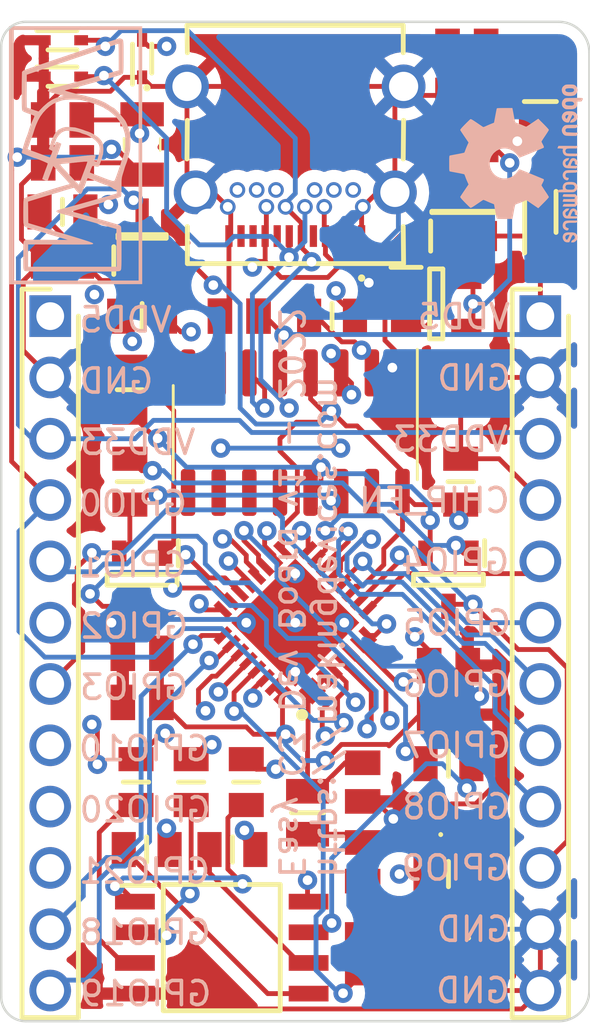
<source format=kicad_pcb>
(kicad_pcb (version 20211014) (generator pcbnew)
  (layers (0 "F.Cu" signal) (1 "In1.Cu" signal) (2 "In2.Cu" signal) (31 "B.Cu" signal) (34 "B.Paste" user) (35 "F.Paste" user) (36 "B.SilkS" user "B.Silkscreen") (37 "F.SilkS" user "F.Silkscreen") (38 "B.Mask" user) (39 "F.Mask" user) (44 "Edge.Cuts" user))
  (net 0 "")
  (net 1 "GND")
  (net 2 "Net-(ANT1-PadP3)")
  (net 3 "VDD33_RAW")
  (net 4 "VDD5")
  (net 5 "LNA_IN")
  (net 6 "CHIP_EN")
  (net 7 "Net-(C13-Pad2)")
  (net 8 "GPIO1")
  (net 9 "GPIO0")
  (net 10 "XTAL_N")
  (net 11 "VUSB")
  (net 12 "DP")
  (net 13 "DN")
  (net 14 "Net-(IC1-Pad2)")
  (net 15 "GPIO2")
  (net 16 "GPIO3")
  (net 17 "GPIO4")
  (net 18 "GPIO5")
  (net 19 "GPIO6")
  (net 20 "GPIO7")
  (net 21 "GPIO8")
  (net 22 "GPIO9")
  (net 23 "GPIO10")
  (net 24 "VDD_SPI")
  (net 25 "SPIHD")
  (net 26 "SPIWP")
  (net 27 "SPICS0")
  (net 28 "SPICLK")
  (net 29 "SPID")
  (net 30 "SPIQ")
  (net 31 "GPIO18")
  (net 32 "GPIO19")
  (net 33 "RXD")
  (net 34 "TXD")
  (net 35 "XTAL_P")
  (net 36 "Net-(IC2-Pad1)")
  (net 37 "Net-(IC2-Pad2)")
  (net 38 "Net-(IC2-Pad3)")
  (net 39 "Net-(IC2-Pad5)")
  (net 40 "Net-(IC2-Pad6)")
  (net 41 "Net-(IC2-Pad7)")
  (net 54 "VDD33")
  (net 55 "GPIO20")
  (net 56 "GPIO21")
  (net 57 "VDDIN")
  (net 58 "Net-(Q2-Pad1)")
  (net 59 "/RTS#")
  (net 60 "Net-(Q3-Pad1)")
  (net 61 "/DTR#")
  (net 62 "Net-(Q4-Pad1)")
  (footprint "Library Loader:CAPC2012X140N" (layer "F.Cu") (at 151.13 76.962)
    (fp_text reference "C5" hide)
    (fp_text value "1uF" hide)
  )
  (footprint "Library Loader:RESC2012X75N" (layer "F.Cu") (at 154.874 83.058)
    (fp_text reference "R10" hide)
    (fp_text value "100" hide)
  )
  (footprint "Library Loader:CAPC2012X140N" (layer "F.Cu") (at 165.354 87.376 90)
    (fp_text reference "C13" hide)
    (fp_text value "22pF" hide)
  )
  (footprint "Library Loader:RESC2012X75N" (layer "F.Cu") (at 151.13 60.96)
    (fp_text reference "R4" hide)
    (fp_text value "0" hide)
  )
  (footprint "Library Loader:CAPC2012X140N" (layer "F.Cu") (at 155.156 60.96)
    (fp_text reference "C8" hide)
    (fp_text value "1uF" hide)
  )
  (footprint "Library Loader:RESC2012X75N" (layer "F.Cu") (at 150.876 80.264 90)
    (fp_text reference "R5" hide)
    (fp_text value "100" hide)
  )
  (footprint "Library Loader:CAPC2012X140N" (layer "F.Cu") (at 163.83 75.438 180)
    (fp_text reference "C6" hide)
    (fp_text value "100nF" hide)
  )
  (footprint "Library Loader:SOT95P230X110-3N" (layer "F.Cu") (at 163.83 71.882 -90)
    (fp_text reference "Q3" hide)
    (fp_text value "BCX70J,235" hide)
  )
  (footprint "Library Loader:HDRV12W67P0X254_1X12_3018X234X1036P" (layer "F.Cu") (at 147.32 60.96 90)
    (fp_text reference "J3" hide)
    (fp_text value "4-644456-2" hide)
  )
  (footprint "Library Loader:ANT1005LL14R2400A" (layer "F.Cu") (at 163.83 81.788)
    (fp_text reference "ANT1" hide)
    (fp_text value "ANT1005LL14R2400A" hide)
  )
  (footprint "Library Loader:RESC2012X75N" (layer "F.Cu") (at 163.83 79.502 180)
    (fp_text reference "R11" hide)
    (fp_text value "100" hide)
  )
  (footprint "Library Loader:CAPC2012X140N" (layer "F.Cu") (at 164.592 51.816)
    (fp_text reference "C1" hide)
    (fp_text value "10uF" hide)
  )
  (footprint "Library Loader:RESC2012X75N" (layer "F.Cu") (at 153.162 80.264 90)
    (fp_text reference "R2" hide)
    (fp_text value "100" hide)
  )
  (footprint "Library Loader:RESC2012X75N" (layer "F.Cu") (at 150.622 67.818 90)
    (fp_text reference "R7" hide)
    (fp_text value "10k" hide)
  )
  (footprint "Library Loader:SODFL1608X70N" (layer "F.Cu") (at 147.828 49.53)
    (fp_text reference "D2" hide)
    (fp_text value "LESD5D5.0CT1G" hide)
  )
  (footprint "Library Loader:HDRV12W67P0X254_1X12_3018X234X1036P" (layer "F.Cu") (at 167.64 60.96 90)
    (fp_text reference "J2" hide)
    (fp_text value "4-644456-2" hide)
  )
  (footprint "Library Loader:CAPC2012X140N" (layer "F.Cu") (at 147.828 52.832)
    (fp_text reference "C14" hide)
    (fp_text value "22pF" hide)
  )
  (footprint "Library Loader:QFN50P500X500X90-33N-D" (layer "F.Cu") (at 157.48 73.66 135)
    (fp_text reference "IC1" hide)
    (fp_text value "ESP32-C3" hide)
  )
  (footprint "Library Loader:CAPC2012X140N" (layer "F.Cu") (at 151.13 74.93)
    (fp_text reference "C7" hide)
    (fp_text value "100nF" hide)
  )
  (footprint "Library Loader:SOIC127P790X216-8N" (layer "F.Cu") (at 154.432 87.122)
    (fp_text reference "IC2" hide)
    (fp_text value "W25Q80DVSSIG" hide)
  )
  (footprint "Library Loader:CAPC2012X140N" (layer "F.Cu") (at 147.828 58.674)
    (fp_text reference "C10" hide)
    (fp_text value "1uF" hide)
  )
  (footprint "Library Loader:CAPC2012X140N" (layer "F.Cu") (at 160.274 83.566 90)
    (fp_text reference "C9" hide)
    (fp_text value "TBD" hide)
  )
  (footprint "Library Loader:LQW2BAN11NG00L" (layer "F.Cu") (at 167.64 52.07 -90)
    (fp_text reference "L1" hide)
    (fp_text value "2.2nH" hide)
  )
  (footprint "Library Loader:CAPC2012X140N" (layer "F.Cu") (at 163.83 77.47 180)
    (fp_text reference "C4" hide)
    (fp_text value "100pF" hide)
  )
  (footprint "Library Loader:CAPC2012X140N" (layer "F.Cu") (at 164.338 63.754 -90)
    (fp_text reference "C12" hide)
    (fp_text value "1uF" hide)
  )
  (footprint "Library Loader:CAPC2012X140N" (layer "F.Cu") (at 160.274 80.264 90)
    (fp_text reference "C11" hide)
    (fp_text value "TBD" hide)
  )
  (footprint "Library Loader:CAPC2012X140N" (layer "F.Cu") (at 164.592 53.848)
    (fp_text reference "C2" hide)
    (fp_text value "1uF" hide)
  )
  (footprint "Library Loader:RESC2012X75N" (layer "F.Cu") (at 151.318 83.058)
    (fp_text reference "R8" hide)
    (fp_text value "100" hide)
  )
  (footprint "Library Loader:LQW2BAN11NG00L" (layer "F.Cu") (at 157.988 81.534 90)
    (fp_text reference "L2" hide)
    (fp_text value "TBD" hide)
  )
  (footprint "Library Loader:CAPC2012X140N" (layer "F.Cu") (at 160.274 87.376 90)
    (fp_text reference "C16" hide)
    (fp_text value "22pF" hide)
  )
  (footprint "Library Loader:RESC2012X75N" (layer "F.Cu") (at 159.004 60.96 180)
    (fp_text reference "R3" hide)
    (fp_text value "499" hide)
  )
  (footprint "Library Loader:RESC2012X75N" (layer "F.Cu") (at 147.828 56.642 180)
    (fp_text reference "R9" hide)
    (fp_text value "1K" hide)
  )
  (footprint "Library Loader:SOD2513X120N" (layer "F.Cu") (at 167.64 56.642 90)
    (fp_text reference "D4" hide)
    (fp_text value "ZLLS410TA" hide)
  )
  (footprint "Package_SO:SOIC-16_3.9x9.9mm_P1.27mm" (layer "F.Cu") (at 157.48 65.786 -90)
    (fp_text reference "U1" hide)
    (fp_text value "CH340C" hide)
  )
  (footprint "Library Loader:SOT94P280X100-5N" (layer "F.Cu") (at 163.322 60.452)
    (fp_text reference "IC3" hide)
    (fp_text value "RT9080-33GJ5" hide)
  )
  (footprint "Library Loader:RESC2012X75N" (layer "F.Cu") (at 163.83 84.074)
    (fp_text reference "R13" hide)
    (fp_text value "0" hide)
  )
  (footprint "Library Loader:SOT95P230X110-3N" (layer "F.Cu") (at 151.13 71.882 -90)
    (fp_text reference "Q2" hide)
    (fp_text value "BCX70J,235" hide)
  )
  (footprint "Library Loader:CX2520DB12000D0GPSC1" (layer "F.Cu") (at 162.814 87.376 180)
    (fp_text reference "Y1" hide)
    (fp_text value "40Mhz" hide)
  )
  (footprint "Library Loader:SOT95P240X120-3N" (layer "F.Cu") (at 164.592 56.642 90)
    (fp_text reference "Q1" hide)
    (fp_text value "SI2301" hide)
  )
  (footprint "Library Loader:CAPC2012X140N" (layer "F.Cu") (at 164.592 49.784)
    (fp_text reference "C3" hide)
    (fp_text value "100nF" hide)
  )
  (footprint "Library Loader:RESC2012X75N" (layer "F.Cu") (at 164.338 67.818 -90)
    (fp_text reference "R12" hide)
    (fp_text value "10k" hide)
  )
  (footprint "Library Loader:SOT65P220X100-3N" (layer "F.Cu") (at 151.13 57.658 90)
    (fp_text reference "Q4" hide)
    (fp_text value "MMBT4403WT1G" hide)
  )
  (footprint "Library Loader:2171830001" (layer "F.Cu") (at 157.48 53.848 180)
    (fp_text reference "J1" hide)
    (fp_text value "USB-C" hide)
  )
  (footprint "Library Loader:SODFL1608X70N" (layer "F.Cu") (at 151.13 50.292 90)
    (fp_text reference "D1" hide)
    (fp_text value "LESD5D5.0CT1G" hide)
  )
  (footprint "Library Loader:RESC2012X75N" (layer "F.Cu") (at 150.622 64.008 90)
    (fp_text reference "R6" hide)
    (fp_text value "10k" hide)
  )
  (footprint "Library Loader:Q13FC1350000200" (layer "F.Cu") (at 151.13 53.848 -90)
    (fp_text reference "Y2" hide)
    (fp_text value "FC-135_32.7680KA-AG5" hide)
  )
  (footprint "Library Loader:CAPC2012X140N" (layer "F.Cu") (at 147.828 54.61)
    (fp_text reference "C15" hide)
    (fp_text value "22pF" hide)
  )
  (footprint "Library Loader:SODFL1608X70N" (layer "F.Cu") (at 147.828 51.038)
    (fp_text reference "D3" hide)
    (fp_text value "LESD5D5.0CT1G" hide)
  )
  (footprint "Library Loader:RESC2012X75N" (layer "F.Cu") (at 155.448 80.264 90)
    (fp_text reference "R1" hide)
    (fp_text value "100" hide)
  )
  (footprint "MDV:logo_MDV_3" (layer "B.Cu") (at 148.3868 54.3052 90)
    (fp_text reference "G***" hide)
    (fp_text value "LOGO" hide)
  )
  (footprint "Symbol:OSHW-Logo2_7.3x6mm_SilkScreen" (layer "B.Cu") (at 166.624 54.6354 -90)
    (fp_text reference "REF**" hide)
    (fp_text value "OSHW-Logo2_7.3x6mm_SilkScreen" hide)
  )
  (gr_arc (start 169.672 88.9) (mid 169.300026 89.798026) (end 168.402 90.17) (layer "Edge.Cuts") (width 0.1))
  (gr_arc (start 146.304 90.17) (mid 145.58558 89.87242) (end 145.288 89.154) (layer "Edge.Cuts") (width 0.1))
  (gr_line (start 146.304 90.17) (end 168.402 90.17) (layer "Edge.Cuts") (width 0.1))
  (gr_line (start 145.288 49.784) (end 145.288 89.154) (layer "Edge.Cuts") (width 0.1))
  (gr_line (start 169.672 88.9) (end 169.672 50.038) (layer "Edge.Cuts") (width 0.1))
  (gr_arc (start 145.288 49.784) (mid 145.58558 49.06558) (end 146.304 48.768) (layer "Edge.Cuts") (width 0.1))
  (gr_arc (start 168.402 48.768) (mid 169.300026 49.139974) (end 169.672 50.038) (layer "Edge.Cuts") (width 0.1))
  (gr_line (start 168.402 48.768) (end 146.304 48.768) (layer "Edge.Cuts") (width 0.1))
  (gr_text "GPIO5" (at 164.1856 73.67385) (layer "B.SilkS") (effects (font (size 1 1)) (justify mirror)))
  (gr_text "GPIO20" (at 151.257 81.41392) (layer "B.SilkS") (effects (font (size 1 1)) (justify mirror)))
  (gr_text "GPIO18\n" (at 151.257 86.4893) (layer "B.SilkS") (effects (font (size 1 1)) (justify mirror)))
  (gr_text "GPIO7\n" (at 164.1856 78.74923) (layer "B.SilkS") (effects (font (size 1 1)) (justify mirror)))
  (gr_text "GND" (at 150.0632 63.65009) (layer "B.SilkS") (effects (font (size 1 1)) (justify mirror)))
  (gr_text "GPIO2" (at 150.7998 73.80085) (layer "B.SilkS") (effects (font (size 1 1)) (justify mirror)))
  (gr_text "https://makingdevices.com" (at 158.9278 73.8378 270) (layer "B.SilkS") (effects (font (size 1 1)) (justify mirror)))
  (gr_text "GPIO10" (at 151.2316 78.87623) (layer "B.SilkS") (effects (font (size 1 1)) (justify mirror)))
  (gr_text "GND" (at 164.8714 86.3623) (layer "B.SilkS") (effects (font (size 1 1)) (justify mirror)))
  (gr_text "GPIO19\n" (at 151.2824 89.027) (layer "B.SilkS") (effects (font (size 1 1)) (justify mirror)))
  (gr_text "GPIO4" (at 164.1094 71.13616) (layer "B.SilkS") (effects (font (size 1 1)) (justify mirror)))
  (gr_text "GPIO1" (at 150.749 71.26316) (layer "B.SilkS") (effects (font (size 1 1)) (justify mirror)))
  (gr_text "GND" (at 164.8968 63.52309) (layer "B.SilkS") (effects (font (size 1 1)) (justify mirror)))
  (gr_text "GND" (at 164.846 88.9) (layer "B.SilkS") (effects (font (size 1 1)) (justify mirror)))
  (gr_text "GPIO9" (at 164.1348 83.82461) (layer "B.SilkS") (effects (font (size 1 1)) (justify mirror)))
  (gr_text "GPIO3" (at 150.7998 76.33854) (layer "B.SilkS") (effects (font (size 1 1)) (justify mirror)))
  (gr_text "GPIO0" (at 150.749 68.72547) (layer "B.SilkS") (effects (font (size 1 1)) (justify mirror)))
  (gr_text "VDD33" (at 150.9522 66.18778) (layer "B.SilkS") (effects (font (size 1 1)) (justify mirror)))
  (gr_text "VDD33" (at 163.9062 66.06078) (layer "B.SilkS") (effects (font (size 1 1)) (justify mirror)))
  (gr_text "VDD5" (at 150.4442 61.1124) (layer "B.SilkS") (effects (font (size 1 1)) (justify mirror)))
  (gr_text "Easy C3 Dev Board v1 - 2022\n" (at 157.3022 72.4154 270) (layer "B.SilkS") (effects (font (size 1 1)) (justify mirror)))
  (gr_text "GPIO6" (at 164.1602 76.21154) (layer "B.SilkS") (effects (font (size 1 1)) (justify mirror)))
  (gr_text "GPIO21" (at 151.2316 83.95161) (layer "B.SilkS") (effects (font (size 1 1)) (justify mirror)))
  (gr_text "CHIP_EN" (at 163.2458 68.59847) (layer "B.SilkS") (effects (font (size 1 1)) (justify mirror)))
  (gr_text "GPIO8\n" (at 164.1602 81.28692) (layer "B.SilkS") (effects (font (size 1 1)) (justify mirror)))
  (gr_text "VDD5" (at 164.465 60.9854) (layer "B.SilkS") (effects (font (size 1 1)) (justify mirror)))
  (segment (start 147.028 58.674) (end 146.2024 59.4996) (width 0.2) (layer "F.Cu") (net 1))
  (segment (start 164.884 63.5) (end 164.338 62.954) (width 0.2) (layer "F.Cu") (net 1))
  (segment (start 162.813511 87.629511) (end 162.813511 87.276489) (width 0.2) (layer "F.Cu") (net 1))
  (segment (start 164.63 77.19498) (end 165.11698 76.708) (width 0.2) (layer "F.Cu") (net 1))
  (segment (start 147.028 58.674) (end 146.128489 57.774489) (width 0.2) (layer "F.Cu") (net 1))
  (segment (start 160.274 84.366) (end 160.274 86.576) (width 0.2) (layer "F.Cu") (net 1))
  (segment (start 152.99 51.443) (end 152.99 55.473) (width 0.2) (layer "F.Cu") (net 1))
  (segment (start 161.197489 60.798511) (end 161.544 60.452) (width 0.2) (layer "F.Cu") (net 1))
  (segment (start 162.282 62.954) (end 161.925 63.311) (width 0.2) (layer "F.Cu") (net 1))
  (segment (start 160.82 81.064) (end 161.544 81.788) (width 0.2) (layer "F.Cu") (net 1))
  (segment (start 160.23 57.643) (end 160.23 56.483) (width 0.2) (layer "F.Cu") (net 1))
  (segment (start 154.08 55.833) (end 154.68 56.433) (width 0.2) (layer "F.Cu") (net 1))
  (segment (start 147.028 52.832) (end 147.028 54.61) (width 0.2) (layer "F.Cu") (net 1))
  (segment (start 163.814 88.176) (end 163.664 88.026) (width 0.2) (layer "F.Cu") (net 1))
  (segment (start 163.792 51.816) (end 162.343 51.816) (width 0.2) (layer "F.Cu") (net 1))
  (segment (start 162.263022 86.726) (end 161.964 86.726) (width 0.2) (layer "F.Cu") (net 1))
  (segment (start 161.814 86.576) (end 161.964 86.726) (width 0.2) (layer "F.Cu") (net 1))
  (segment (start 161.925 62.694022) (end 161.197489 61.966511) (width 0.2) (layer "F.Cu") (net 1))
  (segment (start 161.544 60.452) (end 162.072 60.452) (width 0.2) (layer "F.Cu") (net 1))
  (segment (start 152.654 89.662) (end 166.878 89.662) (width 0.2) (layer "F.Cu") (net 1))
  (segment (start 162.072 60.452) (end 161.4025 60.452) (width 0.2) (layer "F.Cu") (net 1))
  (segment (start 160.274 86.576) (end 161.814 86.576) (width 0.2) (layer "F.Cu") (net 1))
  (segment (start 146.2024 62.3824) (end 147.32 63.5) (width 0.2) (layer "F.Cu") (net 1))
  (segment (start 166.078 88.9) (end 165.354 88.176) (width 0.2) (layer "F.Cu") (net 1))
  (segment (start 146.128489 57.774489) (end 146.128489 55.509511) (width 0.2) (layer "F.Cu") (net 1))
  (segment (start 153.35 55.833) (end 154.08 55.833) (width 0.2) (layer "F.Cu") (net 1))
  (segment (start 161.925 63.311) (end 161.925 62.694022) (width 0.2) (layer "F.Cu") (net 1))
  (segment (start 149.86 73.66) (end 149.86 74.46) (width 0.2) (layer "F.Cu") (net 1))
  (segment (start 147.32 52.54) (end 147.028 52.832) (width 0.2) (layer "F.Cu") (net 1))
  (segment (start 161.7076 63.0936) (end 161.925 63.311) (width 0.2) (layer "F.Cu") (net 1))
  (segment (start 161.97 51.443) (end 152.99 51.443) (width 0.2) (layer "F.Cu") (net 1))
  (segment (start 163.51 81.613) (end 162.639 81.613) (width 0.2) (layer "F.Cu") (net 1))
  (segment (start 161.61 51.803) (end 161.97 51.443) (width 0.2) (layer "F.Cu") (net 1))
  (segment (start 164.958489 81.167511) (end 163.955489 81.167511) (width 0.2) (layer "F.Cu") (net 1))
  (segment (start 147.659245 51.730755) (end 147.32 52.07) (width 0.2) (layer "F.Cu") (net 1))
  (segment (start 164.63 77.47) (end 165.862 78.702) (width 0.2) (layer "F.Cu") (net 1))
  (segment (start 150.832 89.027) (end 152.019 89.027) (width 0.2) (layer "F.Cu") (net 1))
  (segment (start 164.338 62.954) (end 162.282 62.954) (width 0.2) (layer "F.Cu") (net 1))
  (segment (start 154.68 56.433) (end 154.804521 56.557521) (width 0.2) (layer "F.Cu") (net 1))
  (segment (start 161.197489 61.966511) (end 161.197489 60.798511) (width 0.2) (layer "F.Cu") (net 1))
  (segment (start 152.99 55.473) (end 153.35 55.833) (width 0.2) (layer "F.Cu") (net 1))
  (segment (start 154.804521 56.557521) (end 154.804521 57.568479) (width 0.2) (layer "F.Cu") (net 1))
  (segment (start 154.804521 57.568479) (end 154.73 57.643) (width 0.2) (layer "F.Cu") (net 1))
  (segment (start 154.73 60.586) (end 154.356 60.96) (width 0.2) (layer "F.Cu") (net 1))
  (segment (start 160.274 81.064) (end 160.82 81.064) (width 0.2) (layer "F.Cu") (net 1))
  (segment (start 160.23 56.483) (end 160.28 56.433) (width 0.2) (layer "F.Cu") (net 1))
  (segment (start 147.053 51.038) (end 147.053 49.53) (width 0.2) (layer "F.Cu") (net 1))
  (segment (start 152.99 51.443) (end 151.506 51.443) (width 0.2) (layer "F.Cu") (net 1))
  (segment (start 167.64 88.9) (end 166.078 88.9) (width 0.2) (layer "F.Cu") (net 1))
  (segment (start 151.13 51.067) (end 150.393 51.067) (width 0.2) (layer "F.Cu") (net 1))
  (segment (start 164.63 75.438) (end 164.63 77.47) (width 0.2) (layer "F.Cu") (net 1))
  (segment (start 147.659245 51.644245) (end 147.053 51.038) (width 0.2) (layer "F.Cu") (net 1))
  (segment (start 160.88 55.833) (end 161.61 55.833) (width 0.2) (layer "F.Cu") (net 1))
  (segment (start 161.5045 63.0936) (end 161.7076 63.0936) (width 0.2) (layer "F.Cu") (net 1))
  (segment (start 165.354 88.176) (end 163.814 88.176) (width 0.2) (layer "F.Cu") (net 1))
  (segment (start 162.09 81.064) (end 160.274 81.064) (width 0.2) (layer "F.Cu") (net 1))
  (segment (start 161.61 55.833) (end 161.61 51.803) (width 0.2) (layer "F.Cu") (net 1))
  (segment (start 149.815755 51.644245) (end 147.659245 51.644245) (width 0.2) (layer "F.Cu") (net 1))
  (segment (start 163.51 81.963) (end 163.51 81.613) (width 0.2) (layer "F.Cu") (net 1))
  (segment (start 147.659245 51.644245) (end 147.659245 51.730755) (width 0.2) (layer "F.Cu") (net 1))
  (segment (start 167.64 63.5) (end 164.884 63.5) (width 0.2) (layer "F.Cu") (net 1))
  (segment (start 151.506 51.443) (end 151.13 51.067) (width 0.2) (layer "F.Cu") (net 1))
  (segment (start 150.33 74.93) (end 150.33 76.962) (width 0.2) (layer "F.Cu") (net 1))
  (segment (start 149.86 74.46) (end 150.33 74.93) (width 0.2) (layer "F.Cu") (net 1))
  (segment (start 163.955489 81.167511) (end 163.51 81.613) (width 0.2) (layer "F.Cu") (net 1))
  (segment (start 165.862 78.702) (end 165.862 80.264) (width 0.2) (layer "F.Cu") (net 1))
  (segment (start 150.393 51.067) (end 149.815755 51.644245) (width 0.2) (layer "F.Cu") (net 1))
  (segment (start 165.862 80.264) (end 164.958489 81.167511) (width 0.2) (layer "F.Cu") (net 1))
  (segment (start 167.64 86.36) (end 167.64 88.9) (width 0.2) (layer "F.Cu") (net 1))
  (segment (start 166.878 89.662) (end 167.64 88.9) (width 0.2) (layer "F.Cu") (net 1))
  (segment (start 162.813511 87.276489) (end 162.263022 86.726) (width 0.2) (layer "F.Cu") (net 1))
  (segment (start 146.2024 59.4996) (end 146.2024 62.3824) (width 0.2) (layer "F.Cu") (net 1))
  (segment (start 147.32 52.07) (end 147.32 52.54) (width 0.2) (layer "F.Cu") (net 1))
  (segment (start 152.019 89.027) (end 152.654 89.662) (width 0.2) (layer "F.Cu") (net 1))
  (segment (start 162.639 81.613) (end 162.09 81.064) (width 0.2) (layer "F.Cu") (net 1))
  (segment (start 146.128489 55.509511) (end 147.028 54.61) (width 0.2) (layer "F.Cu") (net 1))
  (segment (start 163.21 88.026) (end 162.813511 87.629511) (width 0.2) (layer "F.Cu") (net 1))
  (segment (start 154.73 57.643) (end 154.73 60.586) (width 0.2) (layer "F.Cu") (net 1))
  (segment (start 163.792 49.784) (end 163.792 53.848) (width 0.2) (layer "F.Cu") (net 1))
  (segment (start 160.28 56.433) (end 160.88 55.833) (width 0.2) (layer "F.Cu") (net 1))
  (segment (start 163.664 88.026) (end 163.21 88.026) (width 0.2) (layer "F.Cu") (net 1))
  (segment (start 164.63 77.47) (end 164.63 77.19498) (width 0.2) (layer "F.Cu") (net 1))
  (segment (start 162.343 51.816) (end 161.97 51.443) (width 0.2) (layer "F.Cu") (net 1))
  (segment (start 161.4025 60.452) (end 160.528 59.5775) (width 0.2) (layer "F.Cu") (net 1))
  (via (at 155.448 73.66) (size 0.8) (drill 0.4) (layers "F.Cu" "B.Cu") (net 1))
  (via (at 165.11698 76.708) (size 0.8) (drill 0.4) (layers "F.Cu" "B.Cu") (net 1))
  (via (at 157.48 73.66) (size 0.8) (drill 0.4) (layers "F.Cu" "B.Cu") (net 1))
  (via (at 160.528 59.5775) (size 0.8) (drill 0.4) (layers "F.Cu" "B.Cu") (net 1))
  (via (at 149.86 73.66) (size 0.8) (drill 0.4) (layers "F.Cu" "B.Cu") (net 1))
  (via (at 157.48 75.692) (size 0.8) (drill 0.4) (layers "F.Cu" "B.Cu") (net 1))
  (via (at 161.5045 63.0936) (size 0.8) (drill 0.4) (layers "F.Cu" "B.Cu") (net 1))
  (via (at 159.512 73.66) (size 0.8) (drill 0.4) (layers "F.Cu" "B.Cu") (net 1))
  (via (at 157.48 71.628) (size 0.8) (drill 0.4) (layers "F.Cu" "B.Cu") (net 1))
  (via (at 161.544 81.788) (size 0.8) (drill 0.4) (layers "F.Cu" "B.Cu") (net 1))
  (segment (start 161.135796 75.461596) (end 163.870576 75.461596) (width 0.2) (layer "B.Cu") (net 1))
  (segment (start 161.754521 57.362397) (end 161.754521 55.977521) (width 0.2) (layer "B.Cu") (net 1))
  (segment (start 166.116 86.36) (end 167.64 86.36) (width 0.2) (layer "B.Cu") (net 1))
  (segment (start 159.512 73.66) (end 159.512 73.8378) (width 0.2) (layer "B.Cu") (net 1))
  (segment (start 150.114 73.66) (end 149.86 73.66) (width 0.2) (layer "B.Cu") (net 1))
  (segment (start 160.528 58.588918) (end 161.754521 57.362397) (width 0.2) (layer "B.Cu") (net 1))
  (segment (start 155.312196 73.524196) (end 155.448 73.66) (width 0.2) (layer "B.Cu") (net 1))
  (segment (start 159.512 73.8378) (end 161.135796 75.461596) (width 0.2) (layer "B.Cu") (net 1))
  (segment (start 163.870576 75.461596) (end 165.11698 76.708) (width 0.2) (layer "B.Cu") (net 1))
  (segment (start 149.86 73.66) (end 149.995804 73.524196) (width 0.2) (layer "B.Cu") (net 1))
  (segment (start 161.754521 55.977521) (end 161.61 55.833) (width 0.2) (layer "B.Cu") (net 1))
  (segment (start 160.528 59.5775) (end 160.528 58.588918) (width 0.2) (layer "B.Cu") (net 1))
  (segment (start 161.544 81.788) (end 166.116 86.36) (width 0.2) (layer "B.Cu") (net 1))
  (segment (start 149.995804 73.524196) (end 155.312196 73.524196) (width 0.2) (layer "B.Cu") (net 1))
  (segment (start 164.15 82.23) (end 163.83 82.55) (width 0.2) (layer "F.Cu") (net 2))
  (segment (start 164.15 81.613) (end 164.15 81.963) (width 0.2) (layer "F.Cu") (net 2))
  (segment (start 160.49 82.55) (end 160.274 82.766) (width 0.2) (layer "F.Cu") (net 2))
  (segment (start 157.988 82.424) (end 159.932 82.424) (width 0.2) (layer "F.Cu") (net 2))
  (segment (start 159.932 82.424) (end 160.274 82.766) (width 0.2) (layer "F.Cu") (net 2))
  (segment (start 164.15 81.963) (end 164.15 82.23) (width 0.2) (layer "F.Cu") (net 2))
  (segment (start 163.83 82.55) (end 160.49 82.55) (width 0.2) (layer "F.Cu") (net 2))
  (segment (start 161.925 69.820452) (end 161.925 68.261) (width 0.2) (layer "F.Cu") (net 3))
  (segment (start 155.7528 78.2828) (end 157.077732 78.2828) (width 0.2) (layer "F.Cu") (net 3))
  (segment (start 154.0805 59.675498) (end 153.063002 58.658) (width 0.2) (layer "F.Cu") (net 3))
  (segment (start 162.657452 77.47) (end 161.3662 78.761252) (width 0.2) (layer "F.Cu") (net 3))
  (segment (start 156.845 66.04) (end 157.5308 65.3542) (width 0.2) (layer "F.Cu") (net 3))
  (segment (start 158.5214 65.3542) (end 158.9786 64.897) (width 0.2) (layer "F.Cu") (net 3))
  (segment (start 164.338 68.768) (end 162.432 68.768) (width 0.2) (layer "F.Cu") (net 3))
  (segment (start 156.94967 69.696336) (end 157.56548 69.080526) (width 0.2) (layer "F.Cu") (net 3))
  (segment (start 164.846 60.452) (end 164.846 59.786) (width 0.2) (layer "F.Cu") (net 3))
  (segment (start 164.846 59.786) (end 164.572 59.512) (width 0.2) (layer "F.Cu") (net 3))
  (segment (start 152.946 77.978) (end 151.93 76.962) (width 0.2) (layer "F.Cu") (net 3))
  (segment (start 159.395111 78.704489) (end 158.7246 79.375) (width 0.2) (layer "F.Cu") (net 3))
  (segment (start 156.94967 70.654796) (end 156.94967 69.696336) (width 0.2) (layer "F.Cu") (net 3))
  (segment (start 160.042997 65.509003) (end 159.590603 65.509003) (width 0.2) (layer "F.Cu") (net 3))
  (segment (start 167.64 51.18) (end 166.244 49.784) (width 0.2) (layer "F.Cu") (net 3))
  (segment (start 155.448 77.978) (end 152.946 77.978) (width 0.2) (layer "F.Cu") (net 3))
  (segment (start 158.9786 64.897) (end 158.623 64.897) (width 0.2) (layer "F.Cu") (net 3))
  (segment (start 162.4584 74.2442) (end 162.433 74.2442) (width 0.2) (layer "F.Cu") (net 3))
  (segment (start 159.778097 72.422563) (end 160.062973 72.137687) (width 0.2) (layer "F.Cu") (net 3))
  (segment (start 157.56548 67.270514) (end 156.845 66.550034) (width 0.2) (layer "F.Cu") (net 3))
  (segment (start 163.03 77.47) (end 163.03 75.438) (width 0.2) (layer "F.Cu") (net 3))
  (segment (start 165.392 49.784) (end 165.392 51.816) (width 0.2) (layer "F.Cu") (net 3))
  (segment (start 164.338 68.768) (end 164.338 69.337852) (width 0.2) (layer "F.Cu") (net 3))
  (segment (start 165.392 53.848) (end 165.608 53.848) (width 0.2) (layer "F.Cu") (net 3))
  (segment (start 156.845 66.550034) (end 156.845 66.04) (width 0.2) (layer "F.Cu") (net 3))
  (segment (start 155.448 77.978) (end 155.5623 78.0923) (width 0.2) (layer "F.Cu") (net 3))
  (segment (start 163.03 77.47) (end 162.657452 77.47) (width 0.2) (layer "F.Cu") (net 3))
  (segment (start 151.93 74.93) (end 151.93 76.962) (width 0.2) (layer "F.Cu") (net 3))
  (segment (start 157.5308 65.3542) (end 158.5214 65.3542) (width 0.2) (layer "F.Cu") (net 3))
  (segment (start 163.03 75.438) (end 163.03 74.8158) (width 0.2) (layer "F.Cu") (net 3))
  (segment (start 149.436511 59.482511) (end 150.955489 59.482511) (width 0.2) (layer "F.Cu") (net 3))
  (segment (start 159.590603 65.509003) (end 158.9786 64.897) (width 0.2) (layer "F.Cu") (net 3))
  (segment (start 156.94967 76.665204) (end 156.94967 78.154738) (width 0.2) (layer "F.Cu") (net 3))
  (segment (start 153.063002 58.658) (end 151.78 58.658) (width 0.2) (layer "F.Cu") (net 3))
  (segment (start 162.432 68.768) (end 161.925 68.261) (width 0.2) (layer "F.Cu") (net 3))
  (segment (start 164.338 69.337852) (end 164.257652 69.4182) (width 0.2) (layer "F.Cu") (net 3))
  (segment (start 148.628 58.674) (end 149.436511 59.482511) (width 0.2) (layer "F.Cu") (net 3))
  (segment (start 160.042997 65.509003) (end 161.925 67.391006) (width 0.2) (layer "F.Cu") (net 3))
  (segment (start 158.7246 79.375) (end 158.722534 79.372934) (width 0.2) (layer "F.Cu") (net 3))
  (segment (start 155.5623 78.0923) (end 155.7528 78.2828) (width 0.2) (layer "F.Cu") (net 3))
  (segment (start 160.062973 72.137687) (end 160.272313 72.137687) (width 0.2) (layer "F.Cu") (net 3))
  (segment (start 164.846 60.452) (end 164.846 61.118) (width 0.2) (layer "F.Cu") (net 3))
  (segment (start 158.623 64.897) (end 158.115 64.389) (width 0.2) (layer "F.Cu") (net 3))
  (segment (start 161.148489 70.596963) (end 161.925 69.820452) (width 0.2) (layer "F.Cu") (net 3))
  (segment (start 161.925 67.391006) (end 161.925 68.261) (width 0.2) (layer "F.Cu") (net 3))
  (segment (start 163.03 74.8158) (end 162.4584 74.2442) (width 0.2) (layer "F.Cu") (net 3))
  (segment (start 161.148489 71.261511) (end 161.148489 70.596963) (width 0.2) (layer "F.Cu") (net 3))
  (segment (start 165.608 53.848) (end 166.37 54.61) (width 0.2) (layer "F.Cu") (net 3))
  (segment (start 156.94967 78.154738) (end 157.077732 78.2828) (width 0.2) (layer "F.Cu") (net 3))
  (segment (start 158.115 64.389) (end 158.115 63.311) (width 0.2) (layer "F.Cu") (net 3))
  (segment (start 165.392 51.816) (end 165.392 53.848) (width 0.2) (layer "F.Cu") (net 3))
  (segment (start 150.955489 59.482511) (end 151.78 58.658) (width 0.2) (layer "F.Cu") (net 3))
  (segment (start 161.3662 78.761252) (end 161.309437 78.704489) (width 0.2) (layer "F.Cu") (net 3))
  (segment (start 164.846 61.118) (end 164.572 61.392) (width 0.2) (layer "F.Cu") (net 3))
  (segment (start 166.244 49.784) (end 165.392 49.784) (width 0.2) (layer "F.Cu") (net 3))
  (segment (start 157.56548 69.080526) (end 157.56548 67.270514) (width 0.2) (layer "F.Cu") (net 3))
  (segment (start 161.309437 78.704489) (end 159.395111 78.704489) (width 0.2) (layer "F.Cu") (net 3))
  (segment (start 160.272313 72.137687) (end 161.148489 71.261511) (width 0.2) (layer "F.Cu") (net 3))
  (segment (start 156.596117 76.31165) (end 156.94967 76.665204) (width 0.2) (layer "F.Cu") (net 3))
  (via (at 154.0805 59.675498) (size 0.8) (drill 0.4) (layers "F.Cu" "B.Cu") (net 3))
  (via (at 166.37 54.61) (size 0.8) (drill 0.4) (layers "F.Cu" "B.Cu") (net 3))
  (via (at 158.722534 79.372934) (size 0.8) (drill 0.4) (layers "F.Cu" "B.Cu") (net 3))
  (via (at 164.257652 69.4182) (size 0.8) (drill 0.4) (layers "F.Cu" "B.Cu") (net 3))
  (via (at 164.846 60.452) (size 0.8) (drill 0.4) (layers "F.Cu" "B.Cu") (net 3))
  (via (at 158.9786 64.897) (size 0.8) (drill 0.4) (layers "F.Cu" "B.Cu") (net 3))
  (via (at 162.433 74.2442) (size 0.8) (drill 0.4) (layers "F.Cu" "B.Cu") (net 3))
  (via (at 157.077732 78.2828) (size 0.8) (drill 0.4) (layers "F.Cu" "B.Cu") (net 3))
  (segment (start 155.194 60.452) (end 155.194 64.77) (width 0.2) (layer "B.Cu") (net 3))
  (segment (start 157.077732 78.707036) (end 157.74363 79.372934) (width 0.2) (layer "B.Cu") (net 3))
  (segment (start 157.74363 79.372934) (end 158.722534 79.372934) (width 0.2) (layer "B.Cu") (net 3))
  (segment (start 165.354 60.452) (end 164.846 60.452) (width 0.2) (layer "B.Cu") (net 3))
  (segment (start 155.8544 65.4304) (end 158.4452 65.4304) (width 0.2) (layer "B.Cu") (net 3))
  (segment (start 166.37 59.436) (end 165.354 60.452) (width 0.2) (layer "B.Cu") (net 3))
  (segment (start 154.417498 59.675498) (end 155.194 60.452) (width 0.2) (layer "B.Cu") (net 3))
  (segment (start 158.4452 65.4304) (end 158.9786 64.897) (width 0.2) (layer "B.Cu") (net 3))
  (segment (start 166.37 54.61) (end 166.37 59.436) (width 0.2) (layer "B.Cu") (net 3))
  (segment (start 155.194 64.77) (end 155.8544 65.4304) (width 0.2) (layer "B.Cu") (net 3))
  (segment (start 157.077732 78.2828) (end 157.077732 78.707036) (width 0.2) (layer "B.Cu") (net 3))
  (segment (start 154.0805 59.675498) (end 154.417498 59.675498) (width 0.2) (layer "B.Cu") (net 3))
  (segment (start 162.897 61.392) (end 163.068 61.221) (width 0.2) (layer "F.Cu") (net 4))
  (segment (start 163.068 61.221) (end 163.068 59.69) (width 0.2) (layer "F.Cu") (net 4))
  (segment (start 162.072 59.512) (end 162.646511 58.937489) (width 0.2) (layer "F.Cu") (net 4))
  (segment (start 163.068 59.69) (end 162.89 59.512) (width 0.2) (layer "F.Cu") (net 4))
  (segment (start 167.64 57.804) (end 167.64 60.96) (width 0.2) (layer "F.Cu") (net 4))
  (segment (start 165.542 57.642) (end 167.478 57.642) (width 0.2) (layer "F.Cu") (net 4))
  (segment (start 155.956 60.96) (end 156.221366 60.96) (width 0.2) (layer "F.Cu") (net 4))
  (segment (start 164.246511 58.937489) (end 165.542 57.642) (width 0.2) (layer "F.Cu") (net 4))
  (segment (start 156.221366 60.96) (end 157.007962 61.746596) (width 0.2) (layer "F.Cu") (net 4))
  (segment (start 162.072 61.392) (end 162.897 61.392) (width 0.2) (layer "F.Cu") (net 4))
  (segment (start 167.478 57.642) (end 167.64 57.804) (width 0.2) (layer "F.Cu") (net 4))
  (segment (start 162.89 59.512) (end 162.072 59.512) (width 0.2) (layer "F.Cu") (net 4))
  (segment (start 162.646511 58.937489) (end 164.246511 58.937489) (width 0.2) (layer "F.Cu") (net 4))
  (via (at 157.007962 61.746596) (size 0.8) (drill 0.4) (layers "F.Cu" "B.Cu") (net 4))
  (segment (start 167.64 60.96) (end 166.878 61.722) (width 0.2) (layer "B.Cu") (net 4))
  (segment (start 157.032558 61.722) (end 157.007962 61.746596) (width 0.2) (layer "B.Cu") (net 4))
  (segment (start 166.878 61.722) (end 157.032558 61.722) (width 0.2) (layer "B.Cu") (net 4))
  (segment (start 158.37 80.644) (end 159.55 79.464) (width 0.2) (layer "F.Cu") (net 5))
  (segment (start 159.55 79.464) (end 160.274 79.464) (width 0.2) (layer "F.Cu") (net 5))
  (segment (start 157.988 78.486) (end 157.988 80.644) (width 0.2) (layer "F.Cu") (net 5))
  (segment (start 157.988 80.644) (end 158.37 80.644) (width 0.2) (layer "F.Cu") (net 5))
  (segment (start 158.01033 78.46367) (end 157.988 78.486) (width 0.2) (layer "F.Cu") (net 5))
  (segment (start 158.01033 76.665204) (end 158.01033 78.46367) (width 0.2) (layer "F.Cu") (net 5))
  (segment (start 160.13165 74.58445) (end 160.6804 75.1332) (width 0.2) (layer "F.Cu") (net 6))
  (segment (start 164.338 66.868) (end 165.928 66.868) (width 0.2) (layer "F.Cu") (net 6))
  (segment (start 151.13 72.982) (end 149.4868 72.982) (width 0.2) (layer "F.Cu") (net 6))
  (segment (start 161.658307 76.111107) (end 161.963093 76.111107) (width 0.2) (layer "F.Cu") (net 6))
  (segment (start 160.13165 74.543883) (end 160.13165 74.58445) (width 0.2) (layer "F.Cu") (net 6))
  (segment (start 165.928 66.868) (end 167.64 68.58) (width 0.2) (layer "F.Cu") (net 6))
  (segment (start 160.6804 75.1332) (end 161.658307 76.111107) (width 0.2) (layer "F.Cu") (net 6))
  (segment (start 149.4868 72.982) (end 148.971 72.4662) (width 0.2) (layer "F.Cu") (net 6))
  (segment (start 164.338 66.868) (end 164.338 64.554) (width 0.2) (layer "F.Cu") (net 6))
  (via (at 159.978516 76.956816) (size 0.8) (drill 0.4) (layers "F.Cu" "B.Cu") (net 6))
  (via (at 161.963093 76.111107) (size 0.8) (drill 0.4) (layers "F.Cu" "B.Cu") (net 6))
  (via (at 148.971 72.4662) (size 0.8) (drill 0.4) (layers "F.Cu" "B.Cu") (net 6))
  (segment (start 154.4574 72.6186) (end 154.7876 72.9488) (width 0.2) (layer "B.Cu") (net 6))
  (segment (start 157.839748 75.0062) (end 158.0279 75.0062) (width 0.2) (layer "B.Cu") (net 6))
  (segment (start 157.734 75.0062) (end 157.839748 75.0062) (width 0.2) (layer "B.Cu") (net 6))
  (segment (start 156.6926 75.0062) (end 157.734 75.0062) (width 0.2) (layer "B.Cu") (net 6))
  (segment (start 149.861526 71.575674) (end 152.982674 71.575674) (width 0.2) (layer "B.Cu") (net 6))
  (segment (start 156.2862 73.5584) (end 156.2862 74.5998) (width 0.2) (layer "B.Cu") (net 6))
  (segment (start 155.6766 72.9488) (end 156.2354 73.5076) (width 0.2) (layer "B.Cu") (net 6))
  (segment (start 158.0279 75.0062) (end 159.978516 76.956816) (width 0.2) (layer "B.Cu") (net 6))
  (segment (start 152.982674 71.575674) (end 153.414474 71.575674) (width 0.2) (layer "B.Cu") (net 6))
  (segment (start 153.414474 71.575674) (end 154.4574 72.6186) (width 0.2) (layer "B.Cu") (net 6))
  (segment (start 156.2862 74.5998) (end 156.6926 75.0062) (width 0.2) (layer "B.Cu") (net 6))
  (segment (start 154.7876 72.9488) (end 155.6766 72.9488) (width 0.2) (layer "B.Cu") (net 6))
  (segment (start 156.2354 73.5076) (end 156.2862 73.5584) (width 0.2) (layer "B.Cu") (net 6))
  (segment (start 148.971 72.4662) (end 149.861526 71.575674) (width 0.2) (layer "B.Cu") (net 6))
  (segment (start 163.664 86.726) (end 165.204 86.726) (width 0.2) (layer "F.Cu") (net 7))
  (segment (start 165.204 86.726) (end 165.354 86.576) (width 0.2) (layer "F.Cu") (net 7))
  (segment (start 165.354 84.648) (end 164.78 84.074) (width 0.2) (layer "F.Cu") (net 7))
  (segment (start 165.354 86.576) (end 165.354 84.648) (width 0.2) (layer "F.Cu") (net 7))
  (segment (start 160.628027 76.503227) (end 160.628027 77.878762) (width 0.2) (layer "F.Cu") (net 8))
  (segment (start 151.13 52.598) (end 151.13 53.2892) (width 0.2) (layer "F.Cu") (net 8))
  (segment (start 159.424544 75.299744) (end 160.628027 76.503227) (width 0.2) (layer "F.Cu") (net 8))
  (segment (start 150.896 52.832) (end 151.13 52.598) (width 0.2) (layer "F.Cu") (net 8))
  (segment (start 151.13 53.2892) (end 151.026334 53.392866) (width 0.2) (layer "F.Cu") (net 8))
  (segment (start 148.628 52.832) (end 150.896 52.832) (width 0.2) (layer "F.Cu") (net 8))
  (segment (start 160.628027 77.878762) (end 160.4518 78.054989) (width 0.2) (layer "F.Cu") (net 8))
  (segment (start 159.424544 75.25099) (end 159.424544 75.299744) (width 0.2) (layer "F.Cu") (net 8))
  (via (at 151.026334 53.392866) (size 0.8) (drill 0.4) (layers "F.Cu" "B.Cu") (net 8))
  (via (at 160.4518 78.054989) (size 0.8) (drill 0.4) (layers "F.Cu" "B.Cu") (net 8))
  (segment (start 151.638 70.0786) (end 153.416 70.0786) (width 0.2) (layer "B.Cu") (net 8))
  (segment (start 149.550646 71.226154) (end 150.490446 71.226154) (width 0.2) (layer "B.Cu") (net 8))
  (segment (start 160.8328 76.5048) (end 160.8328 77.1652) (width 0.2) (layer "B.Cu") (net 8))
  (segment (start 156.6672 73.8124) (end 157.164311 74.309511) (width 0.2) (layer "B.Cu") (net 8))
  (segment (start 158.637511 74.309511) (end 160.8328 76.5048) (width 0.2) (layer "B.Cu") (net 8))
  (segment (start 160.4518 77.5462) (end 160.4518 78.054989) (width 0.2) (layer "B.Cu") (net 8))
  (segment (start 150.490446 71.226154) (end 151.638 70.0786) (width 0.2) (layer "B.Cu") (net 8))
  (segment (start 160.8328 77.1652) (end 160.4518 77.5462) (width 0.2) (layer "B.Cu") (net 8))
  (segment (start 147.32 71.12) (end 147.7518 71.5518) (width 0.2) (layer "B.Cu") (net 8))
  (segment (start 155.6004 72.009) (end 156.6672 73.0758) (width 0.2) (layer "B.Cu") (net 8))
  (segment (start 154.5336 72.009) (end 155.6004 72.009) (width 0.2) (layer "B.Cu") (net 8))
  (segment (start 153.416 70.0786) (end 153.7462 70.4088) (width 0.2) (layer "B.Cu") (net 8))
  (segment (start 153.7462 70.4088) (end 153.7462 71.2216) (width 0.2) (layer "B.Cu") (net 8))
  (segment (start 149.225 71.5518) (end 149.550646 71.226154) (width 0.2) (layer "B.Cu") (net 8))
  (segment (start 156.6672 73.0758) (end 156.6672 73.8124) (width 0.2) (layer "B.Cu") (net 8))
  (segment (start 153.7462 71.2216) (end 154.5336 72.009) (width 0.2) (layer "B.Cu") (net 8))
  (segment (start 157.164311 74.309511) (end 158.637511 74.309511) (width 0.2) (layer "B.Cu") (net 8))
  (segment (start 147.7518 71.5518) (end 149.225 71.5518) (width 0.2) (layer "B.Cu") (net 8))
  (segment (start 159.5882 76.121754) (end 159.5882 76.4032) (width 0.2) (layer "F.Cu") (net 9))
  (segment (start 147.32 68.58) (end 145.7198 66.9798) (width 0.2) (layer "F.Cu") (net 9))
  (segment (start 148.628 54.61) (end 150.642 54.61) (width 0.2) (layer "F.Cu") (net 9))
  (segment (start 145.7198 54.607809) (end 145.952437 54.375172) (width 0.2) (layer "F.Cu") (net 9))
  (segment (start 159.2326 76.7842) (end 159.2326 77.540632) (width 0.2) (layer "F.Cu") (net 9))
  (segment (start 150.0832 54.0512) (end 151.13 55.098) (width 0.2) (layer "F.Cu") (net 9))
  (segment (start 159.5882 76.4032) (end 159.5882 76.4286) (width 0.2) (layer "F.Cu") (net 9))
  (segment (start 149.86 54.0512) (end 150.0832 54.0512) (width 0.2) (layer "F.Cu") (net 9))
  (segment (start 145.7198 66.9798) (end 145.7198 54.9148) (width 0.2) (layer "F.Cu") (net 9))
  (segment (start 150.642 54.61) (end 151.13 55.098) (width 0.2) (layer "F.Cu") (net 9))
  (segment (start 159.07099 75.604544) (end 159.5882 76.121754) (width 0.2) (layer "F.Cu") (net 9))
  (segment (start 159.5882 76.4286) (end 159.2326 76.7842) (width 0.2) (layer "F.Cu") (net 9))
  (segment (start 145.7198 54.9148) (end 145.7198 54.607809) (width 0.2) (layer "F.Cu") (net 9))
  (segment (start 159.2326 77.540632) (end 159.492497 77.800529) (width 0.2) (layer "F.Cu") (net 9))
  (via (at 159.492497 77.800529) (size 0.8) (drill 0.4) (layers "F.Cu" "B.Cu") (net 9))
  (via (at 145.952437 54.375172) (size 0.8) (drill 0.4) (layers "F.Cu" "B.Cu") (net 9))
  (via (at 149.86 54.0512) (size 0.8) (drill 0.4) (layers "F.Cu" "B.Cu") (net 9))
  (segment (start 146.0246 74.0156) (end 146.0246 69.8754) (width 0.2) (layer "B.Cu") (net 9))
  (segment (start 158.227489 77.709489) (end 154.422837 73.904837) (width 0.2) (layer "B.Cu") (net 9))
  (segment (start 151.632411 75.087989) (end 147.096989 75.087989) (width 0.2) (layer "B.Cu") (net 9))
  (segment (start 152.815563 73.904837) (end 151.632411 75.087989) (width 0.2) (layer "B.Cu") (net 9))
  (segment (start 149.536028 54.375172) (end 149.86 54.0512) (width 0.2) (layer "B.Cu") (net 9))
  (segment (start 159.401457 77.709489) (end 158.227489 77.709489) (width 0.2) (layer "B.Cu") (net 9))
  (segment (start 147.096989 75.087989) (end 146.0246 74.0156) (width 0.2) (layer "B.Cu") (net 9))
  (segment (start 146.0246 69.8754) (end 147.32 68.58) (width 0.2) (layer "B.Cu") (net 9))
  (segment (start 159.492497 77.800529) (end 159.401457 77.709489) (width 0.2) (layer "B.Cu") (net 9))
  (segment (start 154.422837 73.904837) (end 152.815563 73.904837) (width 0.2) (layer "B.Cu") (net 9))
  (segment (start 145.952437 54.375172) (end 149.536028 54.375172) (width 0.2) (layer "B.Cu") (net 9))
  (segment (start 160.424 88.026) (end 160.274 88.176) (width 0.2) (layer "F.Cu") (net 10))
  (segment (start 159.4612 88.9888) (end 160.274 88.176) (width 0.2) (layer "F.Cu") (net 10))
  (segment (start 155.88901 75.604544) (end 154.941888 76.551666) (width 0.2) (layer "F.Cu") (net 10))
  (segment (start 161.964 88.026) (end 160.424 88.026) (width 0.2) (layer "F.Cu") (net 10))
  (segment (start 159.4612 89.0125) (end 159.4612 88.9888) (width 0.2) (layer "F.Cu") (net 10))
  (segment (start 154.941888 76.551666) (end 154.941888 77.3285) (width 0.2) (layer "F.Cu") (net 10))
  (via (at 154.941888 77.3285) (size 0.8) (drill 0.4) (layers "F.Cu" "B.Cu") (net 10))
  (via (at 159.4612 89.0125) (size 0.8) (drill 0.4) (layers "F.Cu" "B.Cu") (net 10))
  (segment (start 155.2049 77.3285) (end 158.637511 80.761111) (width 0.2) (layer "B.Cu") (net 10))
  (segment (start 158.637511 85.539439) (end 158.339987 85.836963) (width 0.2) (layer "B.Cu") (net 10))
  (segment (start 158.339987 88.058187) (end 159.2943 89.0125) (width 0.2) (layer "B.Cu") (net 10))
  (segment (start 159.2943 89.0125) (end 159.4612 89.0125) (width 0.2) (layer "B.Cu") (net 10))
  (segment (start 158.339987 85.836963) (end 158.339987 88.058187) (width 0.2) (layer "B.Cu") (net 10))
  (segment (start 154.941888 77.3285) (end 155.2049 77.3285) (width 0.2) (layer "B.Cu") (net 10))
  (segment (start 158.637511 80.761111) (end 158.637511 85.539439) (width 0.2) (layer "B.Cu") (net 10))
  (segment (start 163.642 57.642) (end 164.142 57.642) (width 0.2) (layer "F.Cu") (net 11))
  (segment (start 158.68 56.433) (end 158.68 57.593) (width 0.2) (layer "F.Cu") (net 11))
  (segment (start 152.146 49.784) (end 151.397 49.784) (width 0.2) (layer "F.Cu") (net 11))
  (segment (start 164.142 57.642) (end 166.304 55.48) (width 0.2) (layer "F.Cu") (net 11))
  (segment (start 163.642 57.642) (end 161.814 57.642) (width 0.2) (layer "F.Cu") (net 11))
  (segment (start 156.89401 59.35801) (end 158.82799 59.35801) (width 0.2) (layer "F.Cu") (net 11))
  (segment (start 156.28 57.593) (end 156.23 57.643) (width 0.2) (layer "F.Cu") (net 11))
  (segment (start 158.68 57.593) (end 158.73 57.643) (width 0.2) (layer "F.Cu") (net 11))
  (segment (start 156.28 56.433) (end 156.28 57.593) (width 0.2) (layer "F.Cu") (net 11))
  (segment (start 156.23 57.643) (end 156.23 58.694) (width 0.2) (layer "F.Cu") (net 11))
  (segment (start 155.936 58.694) (end 155.702 58.928) (width 0.2) (layer "F.Cu") (net 11))
  (segment (start 161.814 57.642) (end 160.528 58.928) (width 0.2) (layer "F.Cu") (net 11))
  (segment (start 151.397 49.784) (end 151.13 49.517) (width 0.2) (layer "F.Cu") (net 11))
  (segment (start 166.304 55.48) (end 167.64 55.48) (width 0.2) (layer "F.Cu") (net 11))
  (segment (start 159.258 58.928) (end 158.73 58.4) (width 0.2) (layer "F.Cu") (net 11))
  (segment (start 160.528 58.928) (end 159.258 58.928) (width 0.2) (layer "F.Cu") (net 11))
  (segment (start 158.73 58.4) (end 158.73 57.643) (width 0.2) (layer "F.Cu") (net 11))
  (segment (start 156.23 58.694) (end 156.89401 59.35801) (width 0.2) (layer "F.Cu") (net 11))
  (segment (start 156.23 58.694) (end 155.936 58.694) (width 0.2) (layer "F.Cu") (net 11))
  (segment (start 158.82799 59.35801) (end 159.258 58.928) (width 0.2) (layer "F.Cu") (net 11))
  (via (at 152.146 49.784) (size 0.8) (drill 0.4) (layers "F.Cu" "B.Cu") (net 11))
  (via (at 155.702 58.928) (size 0.8) (drill 0.4) (layers "F.Cu" "B.Cu") (net 11))
  (segment (start 157.08 56.433) (end 157.08 56.445482) (width 0.2) (layer "F.Cu") (net 12))
  (segment (start 157.73 57.095482) (end 157.73 57.643) (width 0.2) (layer "F.Cu") (net 12))
  (segment (start 157.73 57.643) (end 157.73 58.112714) (width 0.2) (layer "F.Cu") (net 12))
  (segment (start 156.845 63.311) (end 156.845 64.389) (width 0.2) (layer "F.Cu") (net 12))
  (segment (start 158.153151 58.535865) (end 158.153151 58.708499) (width 0.2) (layer "F.Cu") (net 12))
  (segment (start 157.73 58.112714) (end 158.153151 58.535865) (width 0.2) (layer "F.Cu") (net 12))
  (segment (start 148.603 49.53) (end 149.352 49.53) (width 0.2) (layer "F.Cu") (net 12))
  (segment (start 149.352 49.53) (end 149.606 49.784) (width 0.2) (layer "F.Cu") (net 12))
  (segment (start 156.845 64.389) (end 157.226 64.77) (width 0.2) (layer "F.Cu") (net 12))
  (segment (start 157.08 56.445482) (end 157.73 57.095482) (width 0.2) (layer "F.Cu") (net 12))
  (via (at 149.606 49.784) (size 0.8) (drill 0.4) (layers "F.Cu" "B.Cu") (net 12))
  (via (at 157.226 64.77) (size 0.8) (drill 0.4) (layers "F.Cu" "B.Cu") (net 12))
  (via (at 158.153151 58.708499) (size 0.8) (drill 0.4) (layers "F.Cu" "B.Cu") (net 12))
  (segment (start 156.05152 63.59552) (end 156.05152 60.612112) (width 0.2) (layer "B.Cu") (net 12))
  (segment (start 157.988 58.675632) (end 158.020867 58.708499) (width 0.2) (layer "B.Cu") (net 12))
  (segment (start 150.255511 49.134489) (end 149.606 49.784) (width 0.2) (layer "B.Cu") (net 12))
  (segment (start 157.48 55.88) (end 157.48 53.594) (width 0.2) (layer "B.Cu") (net 12))
  (segment (start 157.08 56.433) (end 157.08 56.28) (width 0.2) (layer "B.Cu") (net 12))
  (segment (start 156.05152 60.612112) (end 157.988 58.675632) (width 0.2) (layer "B.Cu") (net 12))
  (segment (start 157.08 56.28) (end 157.48 55.88) (width 0.2) (layer "B.Cu") (net 12))
  (segment (start 157.226 64.77) (end 156.05152 63.59552) (width 0.2) (layer "B.Cu") (net 12))
  (segment (start 157.48 53.594) (end 153.020489 49.134489) (width 0.2) (layer "B.Cu") (net 12))
  (segment (start 153.020489 49.134489) (end 150.255511 49.134489) (width 0.2) (layer "B.Cu") (net 12))
  (segment (start 158.020867 58.708499) (end 158.153151 58.708499) (width 0.2) (layer "B.Cu") (net 12))
  (segment (start 156.21 64.77) (end 156.21 63.946) (width 0.2) (layer "F.Cu") (net 13))
  (segment (start 157.221911 58.523173) (end 157.221911 57.651089) (width 0.2) (layer "F.Cu") (net 13))
  (segment (start 148.603 51.038) (end 149.503468 51.038) (width 0.2) (layer "F.Cu") (net 13))
  (segment (start 157.221911 57.651089) (end 157.23 57.643) (width 0.2) (layer "F.Cu") (net 13))
  (segment (start 149.503468 51.038) (end 149.546734 50.994734) (width 0.2) (layer "F.Cu") (net 13))
  (segment (start 156.21 63.946) (end 155.575 63.311) (width 0.2) (layer "F.Cu") (net 13))
  (via (at 149.546734 50.994734) (size 0.8) (drill 0.4) (layers "F.Cu" "B.Cu") (net 13))
  (via (at 157.221911 58.523173) (size 0.8) (drill 0.4) (layers "F.Cu" "B.Cu") (net 13))
  (via (at 156.21 64.77) (size 0.8) (drill 0.4) (layers "F.Cu" "B.Cu") (net 13))
  (segment (start 157.221911 58.415911) (end 157.221911 58.523173) (width 0.2) (layer "B.Cu") (net 13))
  (segment (start 156.464 57.658) (end 157.221911 58.415911) (width 0.2) (layer "B.Cu") (net 13))
  (segment (start 149.546734 50.994734) (end 152.146 53.594) (width 0.2) (layer "B.Cu") (net 13))
  (segment (start 154.94 57.658) (end 156.464 57.658) (width 0.2) (layer "B.Cu") (net 13))
  (segment (start 155.702 60.043084) (end 155.702 64.516) (width 0.2) (layer "B.Cu") (net 13))
  (segment (start 157.88 57.865084) (end 157.221911 58.523173) (width 0.2) (layer "B.Cu") (net 13))
  (segment (start 157.88 56.433) (end 157.88 57.865084) (width 0.2) (layer "B.Cu") (net 13))
  (segment (start 152.146 56.656471) (end 153.49705 58.007521) (width 0.2) (layer "B.Cu") (net 13))
  (segment (start 155.956 64.77) (end 156.21 64.77) (width 0.2) (layer "B.Cu") (net 13))
  (segment (start 157.221911 58.523173) (end 155.702 60.043084) (width 0.2) (layer "B.Cu") (net 13))
  (segment (start 152.146 53.594) (end 152.146 56.656471) (width 0.2) (layer "B.Cu") (net 13))
  (segment (start 155.702 64.516) (end 155.956 64.77) (width 0.2) (layer "B.Cu") (net 13))
  (segment (start 153.49705 58.007521) (end 154.590479 58.007521) (width 0.2) (layer "B.Cu") (net 13))
  (segment (start 154.590479 58.007521) (end 154.94 57.658) (width 0.2) (layer "B.Cu") (net 13))
  (segment (start 158.5976 78.232) (end 158.7246 78.359) (width 0.2) (layer "F.Cu") (net 14))
  (segment (start 166.686013 53.714629) (end 166.885371 53.714629) (width 0.2) (layer "F.Cu") (net 14))
  (segment (start 158.363883 76.31165) (end 158.717437 75.958097) (width 0.2) (layer "F.Cu") (net 14))
  (segment (start 158.8262 76.8096) (end 158.8262 77.0382) (width 0.2) (layer "F.Cu") (net 14))
  (segment (start 158.5976 77.2668) (end 158.5976 78.232) (width 0.2) (layer "F.Cu") (net 14))
  (segment (start 158.8262 77.0382) (end 158.5976 77.2668) (width 0.2) (layer "F.Cu") (net 14))
  (segment (start 158.363883 76.347283) (end 158.8262 76.8096) (width 0.2) (layer "F.Cu") (net 14))
  (segment (start 166.885371 53.714629) (end 167.64 52.96) (width 0.2) (layer "F.Cu") (net 14))
  (segment (start 158.363883 76.31165) (end 158.363883 76.347283) (width 0.2) (layer "F.Cu") (net 14))
  (via (at 166.686013 53.714629) (size 0.8) (drill 0.4) (layers "F.Cu" "B.Cu") (net 14))
  (via (at 158.7246 78.359) (size 0.8) (drill 0.4) (layers "F.Cu" "B.Cu") (net 14))
  (segment (start 161.2392 77.55656) (end 161.4025 77.71986) (width 0.2) (layer "F.Cu") (net 15))
  (segment (start 159.778097 74.942097) (end 160.6804 75.8444) (width 0.2) (layer "F.Cu") (net 15))
  (segment (start 159.778097 74.897437) (end 159.778097 74.942097) (width 0.2) (layer "F.Cu") (net 15))
  (segment (start 160.6804 75.8444) (end 161.2392 76.4032) (width 0.2) (layer "F.Cu") (net 15))
  (segment (start 161.2392 76.4032) (end 161.2392 77.55656) (width 0.2) (layer "F.Cu") (net 15))
  (via (at 161.4025 77.71986) (size 0.8) (drill 0.4) (layers "F.Cu" "B.Cu") (net 15))
  (segment (start 148.321489 72.099711) (end 148.321489 72.858089) (width 0.2) (layer "F.Cu") (net 16))
  (segment (start 148.4376 71.374) (end 148.4376 71.9836) (width 0.2) (layer "F.Cu") (net 16))
  (segment (start 148.6662 73.2028) (end 148.6662 74.8538) (width 0.2) (layer "F.Cu") (net 16))
  (segment (start 149.0472 70.7644) (end 148.4376 71.374) (width 0.2) (layer "F.Cu") (net 16))
  (segment (start 160.78507 74.19033) (end 161.2646 73.7108) (width 0.2) (layer "F.Cu") (net 16))
  (segment (start 148.321489 72.858089) (end 148.6662 73.2028) (width 0.2) (layer "F.Cu") (net 16))
  (segment (start 148.4376 71.9836) (end 148.321489 72.099711) (width 0.2) (layer "F.Cu") (net 16))
  (segment (start 148.6662 74.8538) (end 147.32 76.2) (width 0.2) (layer "F.Cu") (net 16))
  (segment (start 160.485204 74.19033) (end 160.78507 74.19033) (width 0.2) (layer "F.Cu") (net 16))
  (via (at 161.2646 73.7108) (size 0.8) (drill 0.4) (layers "F.Cu" "B.Cu") (net 16))
  (via (at 149.0472 70.7644) (size 0.8) (drill 0.4) (layers "F.Cu" "B.Cu") (net 16))
  (segment (start 152.146 68.9864) (end 152.019 69.1134) (width 0.2) (layer "B.Cu") (net 16))
  (segment (start 160.676252 73.7108) (end 156.949681 69.984229) (width 0.2) (layer "B.Cu") (net 16))
  (segment (start 156.6164 68.9864) (end 152.146 68.9864) (width 0.2) (layer "B.Cu") (net 16))
  (segment (start 152.019 69.1134) (end 150.495 70.6374) (width 0.2) (layer "B.Cu") (net 16))
  (segment (start 150.495 70.6374) (end 150.368 70.7644) (width 0.2) (layer "B.Cu") (net 16))
  (segment (start 156.949681 69.984229) (end 156.949681 69.319681) (width 0.2) (layer "B.Cu") (net 16))
  (segment (start 150.368 70.7644) (end 149.0472 70.7644) (width 0.2) (layer "B.Cu") (net 16))
  (segment (start 161.2646 73.7108) (end 160.676252 73.7108) (width 0.2) (layer "B.Cu") (net 16))
  (segment (start 156.949681 69.319681) (end 156.6164 68.9864) (width 0.2) (layer "B.Cu") (net 16))
  (segment (start 161.986874 71.628) (end 167.132 71.628) (width 0.2) (layer "F.Cu") (net 17))
  (segment (start 167.132 71.628) (end 167.64 71.12) (width 0.2) (layer "F.Cu") (net 17))
  (segment (start 160.485204 73.12967) (end 161.986874 71.628) (width 0.2) (layer "F.Cu") (net 17))
  (segment (start 161.798 71.109767) (end 161.798 70.866) (width 0.2) (layer "F.Cu") (net 18))
  (segment (start 160.13165 72.776117) (end 161.798 71.109767) (width 0.2) (layer "F.Cu") (net 18))
  (via (at 161.798 70.866) (size 0.8) (drill 0.4) (layers "F.Cu" "B.Cu") (net 18))
  (segment (start 161.798 70.866) (end 164.592 73.66) (width 0.2) (layer "B.Cu") (net 18))
  (segment (start 164.592 73.66) (end 167.64 73.66) (width 0.2) (layer "B.Cu") (net 18))
  (segment (start 159.424544 72.06901) (end 159.424544 71.969456) (width 0.2) (layer "F.Cu") (net 19))
  (segment (start 159.424544 71.969456) (end 160.274 71.12) (width 0.2) (layer "F.Cu") (net 19))
  (via (at 160.274 71.12) (size 0.8) (drill 0.4) (layers "F.Cu" "B.Cu") (net 19))
  (segment (start 165.608 74.168) (end 167.64 76.2) (width 0.2) (layer "B.Cu") (net 19))
  (segment (start 162.052 71.628) (end 164.592 74.168) (width 0.2) (layer "B.Cu") (net 19))
  (segment (start 160.782 71.628) (end 162.052 71.628) (width 0.2) (layer "B.Cu") (net 19))
  (segment (start 164.592 74.168) (end 165.608 74.168) (width 0.2) (layer "B.Cu") (net 19))
  (segment (start 160.274 71.12) (end 160.782 71.628) (width 0.2) (layer "B.Cu") (net 19))
  (segment (start 160.273991 70.201461) (end 160.633291 70.201461) (width 0.2) (layer "F.Cu") (net 20))
  (segment (start 159.355866 71.119586) (end 160.273991 70.201461) (width 0.2) (layer "F.Cu") (net 20))
  (segment (start 159.355866 71.43058) (end 159.355866 71.119586) (width 0.2) (layer "F.Cu") (net 20))
  (segment (start 159.07099 71.715456) (end 159.355866 71.43058) (width 0.2) (layer "F.Cu") (net 20))
  (via (at 160.633291 70.201461) (size 0.8) (drill 0.4) (layers "F.Cu" "B.Cu") (net 20))
  (segment (start 161.907224 71.97752) (end 164.447225 74.51752) (width 0.2) (layer "B.Cu") (net 20))
  (segment (start 159.624489 70.850963) (end 159.624489 71.486489) (width 0.2) (layer "B.Cu") (net 20))
  (segment (start 160.274 72.136) (end 160.43248 71.97752) (width 0.2) (layer "B.Cu") (net 20))
  (segment (start 166.116 77.216) (end 167.64 78.74) (width 0.2) (layer "B.Cu") (net 20))
  (segment (start 159.624489 71.486489) (end 160.274 72.136) (width 0.2) (layer "B.Cu") (net 20))
  (segment (start 160.43248 71.97752) (end 161.907224 71.97752) (width 0.2) (layer "B.Cu") (net 20))
  (segment (start 165.354 74.51752) (end 166.116 75.27952) (width 0.2) (layer "B.Cu") (net 20))
  (segment (start 164.447225 74.51752) (end 165.354 74.51752) (width 0.2) (layer "B.Cu") (net 20))
  (segment (start 160.273991 70.201461) (end 159.624489 70.850963) (width 0.2) (layer "B.Cu") (net 20))
  (segment (start 166.116 75.27952) (end 166.116 77.216) (width 0.2) (layer "B.Cu") (net 20))
  (segment (start 160.633291 70.201461) (end 160.273991 70.201461) (width 0.2) (layer "B.Cu") (net 20))
  (segment (start 149.0828 56.3372) (end 148.778 56.642) (width 0.2) (layer "F.Cu") (net 21))
  (segment (start 149.733 56.3372) (end 149.0828 56.3372) (width 0.2) (layer "F.Cu") (net 21))
  (segment (start 158.717437 71.26372) (end 159.676074 70.305083) (width 0.2) (layer "F.Cu") (net 21))
  (segment (start 159.676074 70.305083) (end 159.676074 69.880846) (width 0.2) (layer "F.Cu") (net 21))
  (segment (start 158.717437 71.361903) (end 158.717437 71.26372) (width 0.2) (layer "F.Cu") (net 21))
  (via (at 149.733 56.3372) (size 0.8) (drill 0.4) (layers "F.Cu" "B.Cu") (net 21))
  (via (at 159.676074 69.880846) (size 0.8) (drill 0.4) (layers "F.Cu" "B.Cu") (net 21))
  (via (at 154.38962 66.42942) (size 0.8) (drill 0.4) (layers "F.Cu" "B.Cu") (net 21))
  (via (at 159.3596 66.42942) (size 0.8) (drill 0.4) (layers "F.Cu" "B.Cu") (net 21))
  (segment (start 159.676074 69.880846) (end 159.27497 70.28195) (width 0.2) (layer "B.Cu") (net 21))
  (segment (start 165.76648 76.331072) (end 165.766481 77.374481) (width 0.2) (layer "B.Cu") (net 21))
  (segment (start 166.37 77.978) (end 166.37 80.01) (width 0.2) (layer "B.Cu") (net 21))
  (segment (start 159.27497 71.631266) (end 160.129223 72.485519) (width 0.2) (layer "B.Cu") (net 21))
  (segment (start 166.37 80.01) (end 167.64 81.28) (width 0.2) (layer "B.Cu") (net 21))
  (segment (start 165.766481 77.374481) (end 166.37 77.978) (width 0.2) (layer "B.Cu") (net 21))
  (segment (start 160.129223 72.485519) (end 161.920927 72.485519) (width 0.2) (layer "B.Cu") (net 21))
  (segment (start 159.27497 70.28195) (end 159.27497 71.631266) (width 0.2) (layer "B.Cu") (net 21))
  (segment (start 159.3596 66.42942) (end 154.38962 66.42942) (width 0.2) (layer "B.Cu") (net 21))
  (segment (start 161.920927 72.485519) (end 165.76648 76.331072) (width 0.2) (layer "B.Cu") (net 21))
  (segment (start 164.846 72.898) (end 163.914 72.898) (width 0.2) (layer "F.Cu") (net 22))
  (segment (start 163.914 72.898) (end 163.83 72.982) (width 0.2) (layer "F.Cu") (net 22))
  (segment (start 166.720011 74.772011) (end 167.990011 74.772011) (width 0.2) (layer "F.Cu") (net 22))
  (segment (start 164.846 72.898) (end 166.720011 74.772011) (width 0.2) (layer "F.Cu") (net 22))
  (segment (start 168.752011 82.707989) (end 167.64 83.82) (width 0.2) (layer "F.Cu") (net 22))
  (segment (start 167.990011 74.772011) (end 168.752011 75.534011) (width 0.2) (layer "F.Cu") (net 22))
  (segment (start 158.727098 70.645135) (end 158.727098 69.849237) (width 0.2) (layer "F.Cu") (net 22))
  (segment (start 158.363883 71.00835) (end 158.727098 70.645135) (width 0.2) (layer "F.Cu") (net 22))
  (segment (start 168.752011 75.534011) (end 168.752011 82.707989) (width 0.2) (layer "F.Cu") (net 22))
  (via (at 164.846 72.898) (size 0.8) (drill 0.4) (layers "F.Cu" "B.Cu") (net 22))
  (via (at 158.727098 69.849237) (size 0.8) (drill 0.4) (layers "F.Cu" "B.Cu") (net 22))
  (segment (start 164.748548 72.898) (end 164.846 72.898) (width 0.2) (layer "B.Cu") (net 22))
  (segment (start 158.727098 69.849237) (end 159.345 69.231335) (width 0.2) (layer "B.Cu") (net 22))
  (segment (start 159.345 69.231335) (end 161.081883 69.231335) (width 0.2) (layer "B.Cu") (net 22))
  (segment (start 163.322 71.471452) (end 164.748548 72.898) (width 0.2) (layer "B.Cu") (net 22))
  (segment (start 161.081883 69.231335) (end 163.322 71.471452) (width 0.2) (layer "B.Cu") (net 22))
  (segment (start 158.01033 70.12633) (end 157.734 69.85) (width 0.2) (layer "F.Cu") (net 23))
  (segment (start 158.01033 70.654796) (end 158.01033 70.12633) (width 0.2) (layer "F.Cu") (net 23))
  (via (at 157.734 69.85) (size 0.8) (drill 0.4) (layers "F.Cu" "B.Cu") (net 23))
  (segment (start 156.21 70.480132) (end 156.21 69.946746) (width 0.2) (layer "F.Cu") (net 24))
  (segment (start 156.21 69.946746) (end 156.30017 69.856576) (width 0.2) (layer "F.Cu") (net 24))
  (segment (start 156.596117 71.00835) (end 156.596117 70.866249) (width 0.2) (layer "F.Cu") (net 24))
  (segment (start 157.988 85.173) (end 158.032 85.217) (width 0.2) (layer "F.Cu") (net 24))
  (segment (start 156.402934 70.673066) (end 156.21 70.480132) (width 0.2) (layer "F.Cu") (net 24))
  (segment (start 157.988 84.328) (end 157.988 85.173) (width 0.2) (layer "F.Cu") (net 24))
  (segment (start 156.596117 70.866249) (end 156.402934 70.673066) (width 0.2) (layer "F.Cu") (net 24))
  (via (at 156.30017 69.856576) (size 0.8) (drill 0.4) (layers "F.Cu" "B.Cu") (net 24))
  (via (at 157.988 84.328) (size 0.8) (drill 0.4) (layers "F.Cu" "B.Cu") (net 24))
  (segment (start 156.197903 71.361903) (end 155.956 71.12) (width 0.2) (layer "F.Cu") (net 25))
  (segment (start 155.350716 70.260716) (end 155.350716 69.846963) (width 0.2) (layer "F.Cu") (net 25))
  (segment (start 156.242563 71.361903) (end 156.197903 71.361903) (width 0.2) (layer "F.Cu") (net 25))
  (segment (start 155.702 70.612) (end 155.350716 70.260716) (width 0.2) (layer "F.Cu") (net 25))
  (segment (start 162.052 78.994) (end 162.372 78.994) (width 0.2) (layer "F.Cu") (net 25))
  (segment (start 155.956 71.12) (end 155.956 70.866) (width 0.2) (layer "F.Cu") (net 25))
  (segment (start 162.372 78.994) (end 162.88 79.502) (width 0.2) (layer "F.Cu") (net 25))
  (segment (start 155.956 70.866) (end 155.702 70.612) (width 0.2) (layer "F.Cu") (net 25))
  (via (at 162.052 78.994) (size 0.8) (drill 0.4) (layers "F.Cu" "B.Cu") (net 25))
  (via (at 155.350716 69.846963) (size 0.8) (drill 0.4) (layers "F.Cu" "B.Cu") (net 25))
  (segment (start 156.718 71.214247) (end 156.718 71.628) (width 0.2) (layer "B.Cu") (net 25))
  (segment (start 162.052 77.118548) (end 162.052 78.994) (width 0.2) (layer "B.Cu") (net 25))
  (segment (start 156.718 71.628) (end 156.718 71.784548) (width 0.2) (layer "B.Cu") (net 25))
  (segment (start 161.798 76.864548) (end 162.052 77.118548) (width 0.2) (layer "B.Cu") (net 25))
  (segment (start 156.718 71.784548) (end 161.798 76.864548) (width 0.2) (layer "B.Cu") (net 25))
  (segment (start 155.350716 69.846963) (end 156.718 71.214247) (width 0.2) (layer "B.Cu") (net 25))
  (segment (start 155.448 70.866) (end 154.686 70.104) (width 0.2) (layer "F.Cu") (net 26))
  (segment (start 155.88901 71.715456) (end 155.88901 71.573356) (width 0.2) (layer "F.Cu") (net 26))
  (segment (start 155.448 71.132346) (end 155.448 70.866) (width 0.2) (layer "F.Cu") (net 26))
  (segment (start 154.600588 70.189412) (end 154.465118 70.189412) (width 0.2) (layer "F.Cu") (net 26))
  (segment (start 151.943498 78.246502) (end 150.876 79.314) (width 0.2) (layer "F.Cu") (net 26))
  (segment (start 152.086734 78.246502) (end 151.943498 78.246502) (width 0.2) (layer "F.Cu") (net 26))
  (segment (start 155.88901 71.573356) (end 155.448 71.132346) (width 0.2) (layer "F.Cu") (net 26))
  (segment (start 154.686 70.104) (end 154.600588 70.189412) (width 0.2) (layer "F.Cu") (net 26))
  (via (at 152.086734 78.246502) (size 0.8) (drill 0.4) (layers "F.Cu" "B.Cu") (net 26))
  (via (at 154.465118 70.189412) (size 0.8) (drill 0.4) (layers "F.Cu" "B.Cu") (net 26))
  (segment (start 156.670811 79.7306) (end 155.8646 79.7306) (width 0.2) (layer "F.Cu") (net 27))
  (segment (start 155.535456 71.931994) (end 154.710201 71.106739) (width 0.2) (layer "F.Cu") (net 27))
  (segment (start 155.535456 72.06901) (end 155.535456 71.931994) (width 0.2) (layer "F.Cu") (net 27))
  (segment (start 155.8646 79.7306) (end 155.448 79.314) (width 0.2) (layer "F.Cu") (net 27))
  (via (at 156.670811 79.7306) (size 0.8) (drill 0.4) (layers "F.Cu" "B.Cu") (net 27))
  (via (at 154.710201 71.106739) (size 0.8) (drill 0.4) (layers "F.Cu" "B.Cu") (net 27))
  (segment (start 154.56514 71.8058) (end 154.1018 71.8058) (width 0.2) (layer "F.Cu") (net 28))
  (segment (start 153.895299 71.8058) (end 152.933615 70.844116) (width 0.2) (layer "F.Cu") (net 28))
  (segment (start 154.635005 71.875665) (end 154.59054 71.8312) (width 0.2) (layer "F.Cu") (net 28))
  (segment (start 154.1018 71.8058) (end 153.895299 71.8058) (width 0.2) (layer "F.Cu") (net 28))
  (segment (start 155.3718 82.6058) (end 155.824 83.058) (width 0.2) (layer "F.Cu") (net 28))
  (segment (start 155.3718 82.263502) (end 155.3718 82.6058) (width 0.2) (layer "F.Cu") (net 28))
  (segment (start 155.181903 72.422563) (end 154.635005 71.875665) (width 0.2) (layer "F.Cu") (net 28))
  (segment (start 154.59054 71.8312) (end 154.56514 71.8058) (width 0.2) (layer "F.Cu") (net 28))
  (via (at 152.933615 70.844116) (size 0.8) (drill 0.4) (layers "F.Cu" "B.Cu") (net 28))
  (via (at 155.3718 82.263502) (size 0.8) (drill 0.4) (layers "F.Cu" "B.Cu") (net 28))
  (segment (start 152.140934 82.930934) (end 152.268 83.058) (width 0.2) (layer "F.Cu") (net 29))
  (segment (start 154.691117 72.776117) (end 154.305 72.39) (width 0.2) (layer "F.Cu") (net 29))
  (segment (start 154.140185 72.225185) (end 152.399701 72.225185) (width 0.2) (layer "F.Cu") (net 29))
  (segment (start 154.305 72.39) (end 154.140185 72.225185) (width 0.2) (layer "F.Cu") (net 29))
  (segment (start 154.82835 72.776117) (end 154.716517 72.776117) (width 0.2) (layer "F.Cu") (net 29))
  (segment (start 152.140934 82.176921) (end 152.140934 82.930934) (width 0.2) (layer "F.Cu") (net 29))
  (segment (start 154.716517 72.776117) (end 154.691117 72.776117) (width 0.2) (layer "F.Cu") (net 29))
  (via (at 152.399701 72.225185) (size 0.8) (drill 0.4) (layers "F.Cu" "B.Cu") (net 29))
  (via (at 152.140934 82.176921) (size 0.8) (drill 0.4) (layers "F.Cu" "B.Cu") (net 29))
  (segment (start 153.747185 73.12967) (end 153.4922 72.874685) (width 0.2) (layer "F.Cu") (net 30))
  (segment (start 154.13027 73.12967) (end 153.747185 73.12967) (width 0.2) (layer "F.Cu") (net 30))
  (segment (start 154.474796 73.12967) (end 154.13027 73.12967) (width 0.2) (layer "F.Cu") (net 30))
  (segment (start 154.0256 78.7146) (end 153.7614 78.7146) (width 0.2) (layer "F.Cu") (net 30))
  (segment (start 153.7614 78.7146) (end 153.162 79.314) (width 0.2) (layer "F.Cu") (net 30))
  (via (at 153.4922 72.874685) (size 0.8) (drill 0.4) (layers "F.Cu" "B.Cu") (net 30))
  (via (at 154.0256 78.7146) (size 0.8) (drill 0.4) (layers "F.Cu" "B.Cu") (net 30))
  (segment (start 153.602943 74.19033) (end 153.238925 74.554348) (width 0.2) (layer "F.Cu") (net 31))
  (segment (start 154.474796 74.19033) (end 153.602943 74.19033) (width 0.2) (layer "F.Cu") (net 31))
  (via (at 153.238925 74.554348) (size 0.8) (drill 0.4) (layers "F.Cu" "B.Cu") (net 31))
  (segment (start 153.238925 74.554348) (end 151.087703 76.70557) (width 0.2) (layer "B.Cu") (net 31))
  (segment (start 151.087703 82.580601) (end 150.280104 83.3882) (width 0.2) (layer "B.Cu") (net 31))
  (segment (start 151.087703 76.70557) (end 151.087703 82.580601) (width 0.2) (layer "B.Cu") (net 31))
  (segment (start 148.6916 84.9884) (end 147.32 86.36) (width 0.2) (layer "B.Cu") (net 31))
  (segment (start 148.6916 84.3534) (end 148.6916 84.9884) (width 0.2) (layer "B.Cu") (net 31))
  (segment (start 150.280104 83.3882) (end 149.6568 83.3882) (width 0.2) (layer "B.Cu") (net 31))
  (segment (start 149.6568 83.3882) (end 148.6916 84.3534) (width 0.2) (layer "B.Cu") (net 31))
  (segment (start 154.82835 74.543883) (end 154.146485 75.225748) (width 0.2) (layer "F.Cu") (net 32))
  (segment (start 154.146485 75.225748) (end 153.910325 75.225748) (width 0.2) (layer "F.Cu") (net 32))
  (via (at 153.910325 75.225748) (size 0.8) (drill 0.4) (layers "F.Cu" "B.Cu") (net 32))
  (segment (start 149.351989 84.312963) (end 149.351989 87.909411) (width 0.2) (layer "B.Cu") (net 32))
  (segment (start 148.7932 88.4682) (end 147.7518 88.4682) (width 0.2) (layer "B.Cu") (net 32))
  (segment (start 147.7518 88.4682) (end 147.32 88.9) (width 0.2) (layer "B.Cu") (net 32))
  (segment (start 149.921152 83.7438) (end 149.351989 84.312963) (width 0.2) (layer "B.Cu") (net 32))
  (segment (start 149.351989 87.909411) (end 148.7932 88.4682) (width 0.2) (layer "B.Cu") (net 32))
  (segment (start 151.437223 77.69885) (end 151.437223 82.725377) (width 0.2) (layer "B.Cu") (net 32))
  (segment (start 153.910325 75.225748) (end 151.437223 77.69885) (width 0.2) (layer "B.Cu") (net 32))
  (segment (start 151.437223 82.725377) (end 150.4188 83.7438) (width 0.2) (layer "B.Cu") (net 32))
  (segment (start 150.4188 83.7438) (end 149.921152 83.7438) (width 0.2) (layer "B.Cu") (net 32))
  (segment (start 159.167688 59.911595) (end 159.167688 60.173688) (width 0.2) (layer "F.Cu") (net 33))
  (segment (start 153.4668 77.020018) (end 153.758385 77.311603) (width 0.2) (layer "F.Cu") (net 33))
  (segment (start 154.023826 75.877307) (end 153.4668 76.434333) (width 0.2) (layer "F.Cu") (net 33))
  (segment (start 154.202033 75.877307) (end 154.023826 75.877307) (width 0.2) (layer "F.Cu") (net 33))
  (segment (start 153.4668 76.434333) (end 153.4668 77.020018) (width 0.2) (layer "F.Cu") (net 33))
  (segment (start 159.167688 60.173688) (end 159.954 60.96) (width 0.2) (layer "F.Cu") (net 33))
  (segment (start 155.181903 74.897437) (end 154.202033 75.877307) (width 0.2) (layer "F.Cu") (net 33))
  (via (at 159.167688 59.911595) (size 0.8) (drill 0.4) (layers "F.Cu" "B.Cu") (net 33))
  (via (at 149.152086 60.066423) (size 0.8) (drill 0.4) (layers "F.Cu" "B.Cu") (net 33))
  (via (at 153.758385 77.311603) (size 0.8) (drill 0.4) (layers "F.Cu" "B.Cu") (net 33))
  (segment (start 150.7236 61.5036) (end 150.18 60.96) (width 0.2) (layer "F.Cu") (net 34))
  (segment (start 155.535456 75.25099) (end 155.535456 75.284225) (width 0.2) (layer "F.Cu") (net 34))
  (segment (start 155.535456 75.284225) (end 154.292863 76.526818) (width 0.2) (layer "F.Cu") (net 34))
  (segment (start 150.7236 62.008498) (end 150.7236 61.5036) (width 0.2) (layer "F.Cu") (net 34))
  (via (at 150.7236 62.008498) (size 0.8) (drill 0.4) (layers "F.Cu" "B.Cu") (net 34))
  (via (at 154.292863 76.526818) (size 0.8) (drill 0.4) (layers "F.Cu" "B.Cu") (net 34))
  (segment (start 156.242563 75.958097) (end 156.197903 75.958097) (width 0.2) (layer "F.Cu") (net 35))
  (segment (start 156.197903 75.958097) (end 155.702 76.454) (width 0.2) (layer "F.Cu") (net 35))
  (segment (start 155.702 76.454) (end 155.702 76.765919) (width 0.2) (layer "F.Cu") (net 35))
  (segment (start 161.798 84.074) (end 162.88 84.074) (width 0.2) (layer "F.Cu") (net 35))
  (segment (start 155.702 76.765919) (end 155.71898 76.782899) (width 0.2) (layer "F.Cu") (net 35))
  (via (at 161.798 84.074) (size 0.8) (drill 0.4) (layers "F.Cu" "B.Cu") (net 35))
  (via (at 155.71898 76.782899) (size 0.8) (drill 0.4) (layers "F.Cu" "B.Cu") (net 35))
  (segment (start 155.448 81.214) (end 155.223 81.214) (width 0.2) (layer "F.Cu") (net 36))
  (segment (start 154.686 81.751) (end 154.686 83.87149) (width 0.2) (layer "F.Cu") (net 36))
  (segment (start 150.197 84.582) (end 150.832 85.217) (width 0.2) (layer "F.Cu") (net 36))
  (segment (start 150.0015 84.582) (end 150.197 84.582) (width 0.2) (layer "F.Cu") (net 36))
  (segment (start 155.223 81.214) (end 154.686 81.751) (width 0.2) (layer "F.Cu") (net 36))
  (segment (start 154.686 83.87149) (end 155.295255 84.480745) (width 0.2) (layer "F.Cu") (net 36))
  (via (at 155.295255 84.480745) (size 0.8) (drill 0.4) (layers "F.Cu" "B.Cu") (net 36))
  (via (at 150.0015 84.582) (size 0.8) (drill 0.4) (layers "F.Cu" "B.Cu") (net 36))
  (segment (start 155.295255 84.480745) (end 155.049733 84.235223) (width 0.2) (layer "B.Cu") (net 36))
  (segment (start 155.049733 84.235223) (end 150.348277 84.235223) (width 0.2) (layer "B.Cu") (net 36))
  (segment (start 150.348277 84.235223) (end 150.0015 84.582) (width 0.2) (layer "B.Cu") (net 36))
  (segment (start 152.146 86.614) (end 150.959 86.614) (width 0.2) (layer "F.Cu") (net 37))
  (segment (start 153.162 84.836) (end 153.113266 84.884734) (width 0.2) (layer "F.Cu") (net 37))
  (segment (start 153.162 84.582) (end 153.162 84.836) (width 0.2) (layer "F.Cu") (net 37))
  (segment (start 153.162 81.214) (end 153.162 84.582) (width 0.2) (layer "F.Cu") (net 37))
  (segment (start 150.959 86.614) (end 150.832 86.487) (width 0.2) (layer "F.Cu") (net 37))
  (via (at 153.113266 84.884734) (size 0.8) (drill 0.4) (layers "F.Cu" "B.Cu") (net 37))
  (via (at 152.146 86.614) (size 0.8) (drill 0.4) (layers "F.Cu" "B.Cu") (net 37))
  (segment (start 153.113266 84.884734) (end 152.146 85.852) (width 0.2) (layer "B.Cu") (net 37))
  (segment (start 152.146 85.852) (end 152.146 86.614) (width 0.2) (layer "B.Cu") (net 37))
  (segment (start 150.832 87.757) (end 150.332 87.757) (width 0.2) (layer "F.Cu") (net 38))
  (segment (start 149.352 86.777) (end 149.352 82.349978) (width 0.2) (layer "F.Cu") (net 38))
  (segment (start 150.332 87.757) (end 149.352 86.777) (width 0.2) (layer "F.Cu") (net 38))
  (segment (start 149.352 82.349978) (end 150.487978 81.214) (width 0.2) (layer "F.Cu") (net 38))
  (segment (start 150.487978 81.214) (end 150.876 81.214) (width 0.2) (layer "F.Cu") (net 38))
  (segment (start 156.337 89.027) (end 158.032 89.027) (width 0.2) (layer "F.Cu") (net 39))
  (segment (start 150.368 83.058) (end 156.337 89.027) (width 0.2) (layer "F.Cu") (net 39))
  (segment (start 157.652978 87.757) (end 153.924 84.028022) (width 0.2) (layer "F.Cu") (net 40))
  (segment (start 153.924 84.028022) (end 153.924 83.058) (width 0.2) (layer "F.Cu") (net 40))
  (segment (start 158.032 87.757) (end 157.652978 87.757) (width 0.2) (layer "F.Cu") (net 40))
  (segment (start 164.592 79.69) (end 164.78 79.502) (width 0.2) (layer "F.Cu") (net 41))
  (segment (start 158.032 86.487) (end 158.608498 86.487) (width 0.2) (layer "F.Cu") (net 41))
  (segment (start 164.592 80.518) (end 164.592 79.69) (width 0.2) (layer "F.Cu") (net 41))
  (segment (start 158.608498 86.487) (end 158.989498 86.106) (width 0.2) (layer "F.Cu") (net 41))
  (via (at 158.989498 86.106) (size 0.8) (drill 0.4) (layers "F.Cu" "B.Cu") (net 41))
  (via (at 164.592 80.518) (size 0.8) (drill 0.4) (layers "F.Cu" "B.Cu") (net 41))
  (segment (start 158.989498 86.106) (end 158.989498 83.423954) (width 0.2) (layer "B.Cu") (net 41))
  (segment (start 163.576 79.502) (end 164.592 80.518) (width 0.2) (layer "B.Cu") (net 41))
  (segment (start 158.989498 83.423954) (end 162.911452 79.502) (width 0.2) (layer "B.Cu") (net 41))
  (segment (start 162.911452 79.502) (end 163.576 79.502) (width 0.2) (layer "B.Cu") (net 41))
  (segment (start 151.13 56.658) (end 151.13 56.515) (width 0.2) (layer "F.Cu") (net 54))
  (segment (start 151.13 56.515) (end 150.7744 56.1594) (width 0.2) (layer "F.Cu") (net 54))
  (via (at 150.7744 56.1594) (size 0.8) (drill 0.4) (layers "F.Cu" "B.Cu") (net 54))
  (segment (start 150.837115 66.04) (end 147.32 66.04) (width 0.2) (layer "B.Cu") (net 54))
  (segment (start 148.858511 55.687689) (end 145.9992 58.547) (width 0.2) (layer "B.Cu") (net 54))
  (segment (start 145.9992 65.4558) (end 146.5834 66.04) (width 0.2) (layer "B.Cu") (net 54))
  (segment (start 167.64 66.04) (end 167.37992 65.77992) (width 0.2) (layer "B.Cu") (net 54))
  (segment (start 167.37992 65.77992) (end 155.67052 65.77992) (width 0.2) (layer "B.Cu") (net 54))
  (segment (start 155.67052 65.77992) (end 155.1686 65.278) (width 0.2) (layer "B.Cu") (net 54))
  (segment (start 155.1686 65.278) (end 151.599115 65.278) (width 0.2) (layer "B.Cu") (net 54))
  (segment (start 151.599115 65.278) (end 150.837115 66.04) (width 0.2) (layer "B.Cu") (net 54))
  (segment (start 150.7744 56.1594) (end 150.302689 55.687689) (width 0.2) (layer "B.Cu") (net 54))
  (segment (start 145.9992 58.547) (end 145.9992 65.4558) (width 0.2) (layer "B.Cu") (net 54))
  (segment (start 150.302689 55.687689) (end 148.858511 55.687689) (width 0.2) (layer "B.Cu") (net 54))
  (segment (start 146.5834 66.04) (end 147.32 66.04) (width 0.2) (layer "B.Cu") (net 54))
  (segment (start 158.3436 60.96) (end 159.4104 62.0268) (width 0.2) (layer "F.Cu") (net 55))
  (segment (start 160.655 62.801434) (end 160.225066 62.3715) (width 0.2) (layer "F.Cu") (net 55))
  (segment (start 160.655 62.738) (end 160.655 63.311) (width 0.2) (layer "F.Cu") (net 55))
  (segment (start 159.9438 62.0268) (end 160.655 62.738) (width 0.2) (layer "F.Cu") (net 55))
  (segment (start 158.054 60.96) (end 158.3436 60.96) (width 0.2) (layer "F.Cu") (net 55))
  (segment (start 159.4104 62.0268) (end 159.9438 62.0268) (width 0.2) (layer "F.Cu") (net 55))
  (segment (start 160.655 63.311) (end 160.655 62.801434) (width 0.2) (layer "F.Cu") (net 55))
  (via (at 160.225066 62.3715) (size 0.8) (drill 0.4) (layers "F.Cu" "B.Cu") (net 55))
  (segment (start 158.9645 62.8905) (end 159.385 63.311) (width 0.2) (layer "F.Cu") (net 56))
  (segment (start 152.7295 61.6095) (end 152.08 60.96) (width 0.2) (layer "F.Cu") (net 56))
  (segment (start 159.809959 63.735959) (end 159.385 63.311) (width 0.2) (layer "F.Cu") (net 56))
  (segment (start 149.2758 78.105) (end 149.0472 77.8764) (width 0.2) (layer "F.Cu") (net 56))
  (segment (start 159.809959 64.214858) (end 159.809959 63.735959) (width 0.2) (layer "F.Cu") (net 56))
  (segment (start 158.9645 62.5094) (end 158.9645 62.8905) (width 0.2) (layer "F.Cu") (net 56))
  (segment (start 153.162 61.6095) (end 152.7295 61.6095) (width 0.2) (layer "F.Cu") (net 56))
  (segment (start 149.2758 79.5274) (end 149.2758 78.105) (width 0.2) (layer "F.Cu") (net 56))
  (via (at 149.0472 77.8764) (size 0.8) (drill 0.4) (layers "F.Cu" "B.Cu") (net 56))
  (via (at 158.9645 62.5094) (size 0.8) (drill 0.4) (layers "F.Cu" "B.Cu") (net 56))
  (via (at 153.162 61.6095) (size 0.8) (drill 0.4) (layers "F.Cu" "B.Cu") (net 56))
  (via (at 159.809959 64.214858) (size 0.8) (drill 0.4) (layers "F.Cu" "B.Cu") (net 56))
  (via (at 149.2758 79.5274) (size 0.8) (drill 0.4) (layers "F.Cu" "B.Cu") (net 56))
  (segment (start 152.439911 64.875911) (end 150.622 63.058) (width 0.2) (layer "F.Cu") (net 58))
  (segment (start 152.439911 70.422089) (end 152.439911 64.875911) (width 0.2) (layer "F.Cu") (net 58))
  (segment (start 152.08 70.782) (end 152.439911 70.422089) (width 0.2) (layer "F.Cu") (net 58))
  (segment (start 151.7904 68.3768) (end 151.0132 68.3768) (width 0.2) (layer "F.Cu") (net 59))
  (segment (start 159.0406 68.6054) (end 159.385 68.261) (width 0.2) (layer "F.Cu") (net 59))
  (segment (start 150.622 70.34) (end 150.18 70.782) (width 0.2) (layer "F.Cu") (net 59))
  (segment (start 150.622 68.768) (end 150.622 70.34) (width 0.2) (layer "F.Cu") (net 59))
  (segment (start 151.0132 68.3768) (end 150.622 68.768) (width 0.2) (layer "F.Cu") (net 59))
  (segment (start 158.9645 68.6054) (end 159.0406 68.6054) (width 0.2) (layer "F.Cu") (net 59))
  (via (at 158.9645 68.6054) (size 0.8) (drill 0.4) (layers "F.Cu" "B.Cu") (net 59))
  (via (at 151.7904 68.3768) (size 0.8) (drill 0.4) (layers "F.Cu" "B.Cu") (net 59))
  (segment (start 157.9372 68.3768) (end 158.7359 68.3768) (width 0.2) (layer "B.Cu") (net 59))
  (segment (start 158.7359 68.3768) (end 158.9645 68.6054) (width 0.2) (layer "B.Cu") (net 59))
  (segment (start 157.9372 68.3768) (end 151.7904 68.3768) (width 0.2) (layer "B.Cu") (net 59))
  (segment (start 164.78 70.782) (end 164.4572 70.782) (width 0.2) (layer "F.Cu") (net 60))
  (segment (start 151.5618 67.3608) (end 151.1148 67.3608) (width 0.2) (layer "F.Cu") (net 60))
  (segment (start 151.1148 67.3608) (end 150.622 66.868) (width 0.2) (layer "F.Cu") (net 60))
  (segment (start 164.4572 70.782) (end 164.1348 70.4596) (width 0.2) (layer "F.Cu") (net 60))
  (via (at 151.5618 67.3608) (size 0.8) (drill 0.4) (layers "F.Cu" "B.Cu") (net 60))
  (via (at 164.1348 70.4596) (size 0.8) (drill 0.4) (layers "F.Cu" "B.Cu") (net 60))
  (segment (start 159.4358 67.8688) (end 160.322494 68.755494) (width 0.2) (layer "B.Cu") (net 60))
  (segment (start 163.1696 70.4596) (end 161.465494 68.755494) (width 0.2) (layer "B.Cu") (net 60))
  (segment (start 164.1348 70.4596) (end 163.1696 70.4596) (width 0.2) (layer "B.Cu") (net 60))
  (segment (start 159.4358 67.8688) (end 152.527 67.8688) (width 0.2) (layer "B.Cu") (net 60))
  (segment (start 161.465494 68.755494) (end 161.089106 68.755494) (width 0.2) (layer "B.Cu") (net 60))
  (segment (start 152.019 67.3608) (end 151.5618 67.3608) (width 0.2) (layer "B.Cu") (net 60))
  (segment (start 152.527 67.8688) (end 152.019 67.3608) (width 0.2) (layer "B.Cu") (net 60))
  (segment (start 160.322494 68.755494) (end 161.089106 68.755494) (width 0.2) (layer "B.Cu") (net 60))
  (segment (start 158.544679 67.831321) (end 158.115 68.261) (width 0.2) (layer "F.Cu") (net 61))
  (segment (start 158.544679 67.2193) (end 158.544679 67.831321) (width 0.2) (layer "F.Cu") (net 61))
  (segment (start 150.622 64.958) (end 151.685874 66.021874) (width 0.2) (layer "F.Cu") (net 61))
  (segment (start 151.685874 66.021874) (end 151.773789 66.021874) (width 0.2) (layer "F.Cu") (net 61))
  (segment (start 163.072473 70.589527) (end 162.88 70.782) (width 0.2) (layer "F.Cu") (net 61))
  (segment (start 163.072473 69.4175) (end 163.072473 70.589527) (width 0.2) (layer "F.Cu") (net 61))
  (via (at 163.072473 69.4175) (size 0.8) (drill 0.4) (layers "F.Cu" "B.Cu") (net 61))
  (via (at 151.773789 66.021874) (size 0.8) (drill 0.4) (layers "F.Cu" "B.Cu") (net 61))
  (via (at 158.544679 67.2193) (size 0.8) (drill 0.4) (layers "F.Cu" "B.Cu") (net 61))
  (segment (start 160.3502 67.4878) (end 158.813179 67.4878) (width 0.2) (layer "B.Cu") (net 61))
  (segment (start 163.072473 68.813073) (end 162.2806 68.0212) (width 0.2) (layer "B.Cu") (net 61))
  (segment (start 160.8836 68.0212) (end 160.3502 67.4878) (width 0.2) (layer "B.Cu") (net 61))
  (segment (start 158.544679 67.2193) (end 152.971216 67.2193) (width 0.2) (layer "B.Cu") (net 61))
  (segment (start 162.2806 68.0212) (end 160.8836 68.0212) (width 0.2) (layer "B.Cu") (net 61))
  (segment (start 158.813179 67.4878) (end 158.544679 67.2193) (width 0.2) (layer "B.Cu") (net 61))
  (segment (start 152.971216 67.2193) (end 152.222958 66.471042) (width 0.2) (layer "B.Cu") (net 61))
  (segment (start 151.773789 66.021874) (end 152.222958 66.471042) (width 0.2) (layer "B.Cu") (net 61))
  (segment (start 163.072473 69.4175) (end 163.072473 68.813073) (width 0.2) (layer "B.Cu") (net 61))
  (segment (start 147.852511 57.616511) (end 149.438511 57.616511) (width 0.2) (layer "F.Cu") (net 62))
  (segment (start 149.438511 57.616511) (end 150.48 58.658) (width 0.2) (layer "F.Cu") (net 62))
  (segment (start 146.878 56.642) (end 147.852511 57.616511) (width 0.2) (layer "F.Cu") (net 62))
  (zone (net 1) (net_name "GND") (layers F&B.Cu) (connect_pads (clearance 0.508)) (min_thickness 0.254) (fill yes (thermal_gap 0.508) (thermal_bridge_width 0.508))
    (polygon (pts (xy 169.672 90.17) (xy 145.288 90.17) (xy 145.288 48.768) (xy 169.672 48.768)))
  )
)
</source>
